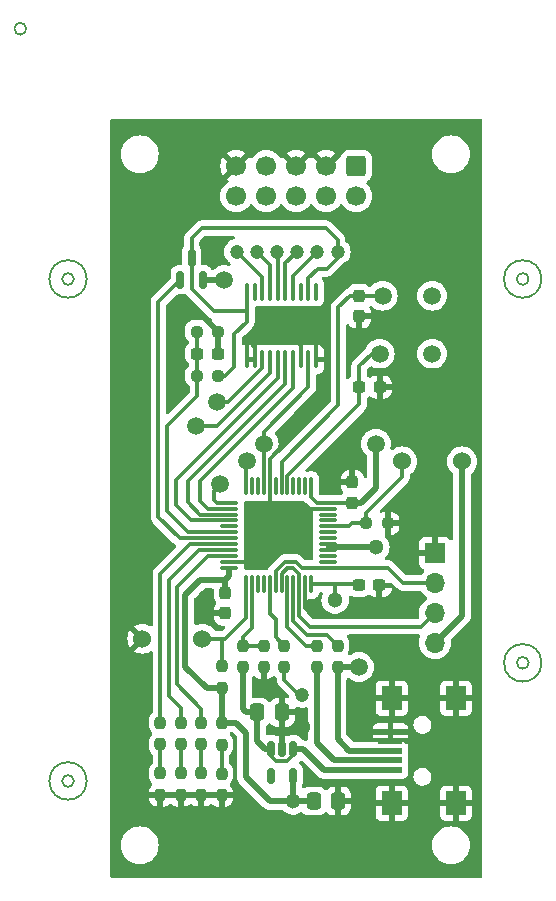
<source format=gbr>
%TF.GenerationSoftware,KiCad,Pcbnew,7.0.1*%
%TF.CreationDate,2023-04-27T15:41:12+07:00*%
%TF.ProjectId,BMP,424d502e-6b69-4636-9164-5f7063625858,rev?*%
%TF.SameCoordinates,Original*%
%TF.FileFunction,Copper,L1,Top*%
%TF.FilePolarity,Positive*%
%FSLAX46Y46*%
G04 Gerber Fmt 4.6, Leading zero omitted, Abs format (unit mm)*
G04 Created by KiCad (PCBNEW 7.0.1) date 2023-04-27 15:41:12*
%MOMM*%
%LPD*%
G01*
G04 APERTURE LIST*
G04 Aperture macros list*
%AMRoundRect*
0 Rectangle with rounded corners*
0 $1 Rounding radius*
0 $2 $3 $4 $5 $6 $7 $8 $9 X,Y pos of 4 corners*
0 Add a 4 corners polygon primitive as box body*
4,1,4,$2,$3,$4,$5,$6,$7,$8,$9,$2,$3,0*
0 Add four circle primitives for the rounded corners*
1,1,$1+$1,$2,$3*
1,1,$1+$1,$4,$5*
1,1,$1+$1,$6,$7*
1,1,$1+$1,$8,$9*
0 Add four rect primitives between the rounded corners*
20,1,$1+$1,$2,$3,$4,$5,0*
20,1,$1+$1,$4,$5,$6,$7,0*
20,1,$1+$1,$6,$7,$8,$9,0*
20,1,$1+$1,$8,$9,$2,$3,0*%
G04 Aperture macros list end*
%TA.AperFunction,NonConductor*%
%ADD10C,0.200000*%
%TD*%
%TA.AperFunction,ComponentPad*%
%ADD11O,1.700000X1.700000*%
%TD*%
%TA.AperFunction,ComponentPad*%
%ADD12R,1.700000X1.700000*%
%TD*%
%TA.AperFunction,SMDPad,CuDef*%
%ADD13RoundRect,0.237500X0.237500X-0.250000X0.237500X0.250000X-0.237500X0.250000X-0.237500X-0.250000X0*%
%TD*%
%TA.AperFunction,SMDPad,CuDef*%
%ADD14RoundRect,0.237500X-0.237500X0.250000X-0.237500X-0.250000X0.237500X-0.250000X0.237500X0.250000X0*%
%TD*%
%TA.AperFunction,SMDPad,CuDef*%
%ADD15RoundRect,0.237500X0.300000X0.237500X-0.300000X0.237500X-0.300000X-0.237500X0.300000X-0.237500X0*%
%TD*%
%TA.AperFunction,ComponentPad*%
%ADD16C,1.700000*%
%TD*%
%TA.AperFunction,ComponentPad*%
%ADD17RoundRect,0.250000X-0.600000X0.600000X-0.600000X-0.600000X0.600000X-0.600000X0.600000X0.600000X0*%
%TD*%
%TA.AperFunction,SMDPad,CuDef*%
%ADD18RoundRect,0.250000X0.337500X0.475000X-0.337500X0.475000X-0.337500X-0.475000X0.337500X-0.475000X0*%
%TD*%
%TA.AperFunction,ComponentPad*%
%ADD19C,1.524000*%
%TD*%
%TA.AperFunction,SMDPad,CuDef*%
%ADD20RoundRect,0.237500X0.250000X0.237500X-0.250000X0.237500X-0.250000X-0.237500X0.250000X-0.237500X0*%
%TD*%
%TA.AperFunction,SMDPad,CuDef*%
%ADD21RoundRect,0.075000X-0.662500X0.075000X-0.662500X-0.075000X0.662500X-0.075000X0.662500X0.075000X0*%
%TD*%
%TA.AperFunction,SMDPad,CuDef*%
%ADD22RoundRect,0.075000X-0.075000X0.662500X-0.075000X-0.662500X0.075000X-0.662500X0.075000X0.662500X0*%
%TD*%
%TA.AperFunction,SMDPad,CuDef*%
%ADD23R,1.700000X2.000000*%
%TD*%
%TA.AperFunction,SMDPad,CuDef*%
%ADD24R,2.000000X0.500000*%
%TD*%
%TA.AperFunction,SMDPad,CuDef*%
%ADD25RoundRect,0.150000X-0.150000X0.512500X-0.150000X-0.512500X0.150000X-0.512500X0.150000X0.512500X0*%
%TD*%
%TA.AperFunction,ComponentPad*%
%ADD26C,1.500000*%
%TD*%
%TA.AperFunction,SMDPad,CuDef*%
%ADD27RoundRect,0.100000X-0.100000X0.637500X-0.100000X-0.637500X0.100000X-0.637500X0.100000X0.637500X0*%
%TD*%
%TA.AperFunction,SMDPad,CuDef*%
%ADD28RoundRect,0.237500X-0.237500X0.300000X-0.237500X-0.300000X0.237500X-0.300000X0.237500X0.300000X0*%
%TD*%
%TA.AperFunction,SMDPad,CuDef*%
%ADD29RoundRect,0.237500X0.237500X-0.300000X0.237500X0.300000X-0.237500X0.300000X-0.237500X-0.300000X0*%
%TD*%
%TA.AperFunction,SMDPad,CuDef*%
%ADD30RoundRect,0.150000X0.150000X-0.587500X0.150000X0.587500X-0.150000X0.587500X-0.150000X-0.587500X0*%
%TD*%
%TA.AperFunction,ViaPad*%
%ADD31C,1.300000*%
%TD*%
%TA.AperFunction,ViaPad*%
%ADD32C,1.500000*%
%TD*%
%TA.AperFunction,ViaPad*%
%ADD33C,1.200000*%
%TD*%
%TA.AperFunction,Conductor*%
%ADD34C,0.300000*%
%TD*%
%TA.AperFunction,Conductor*%
%ADD35C,0.500000*%
%TD*%
%TA.AperFunction,Conductor*%
%ADD36C,0.250000*%
%TD*%
G04 APERTURE END LIST*
D10*
X25500000Y-25000000D02*
G75*
G03*
X25500000Y-25000000I-500000J0D01*
G01*
X30625000Y-46187500D02*
G75*
G03*
X30625000Y-46187500I-1587500J0D01*
G01*
X29537500Y-46187500D02*
G75*
G03*
X29537500Y-46187500I-500000J0D01*
G01*
X30625000Y-88687500D02*
G75*
G03*
X30625000Y-88687500I-1587500J0D01*
G01*
X29537500Y-88687500D02*
G75*
G03*
X29537500Y-88687500I-500000J0D01*
G01*
X69125000Y-78687500D02*
G75*
G03*
X69125000Y-78687500I-1587500J0D01*
G01*
X68037500Y-78687500D02*
G75*
G03*
X68037500Y-78687500I-500000J0D01*
G01*
X30625000Y-46187500D02*
G75*
G03*
X30625000Y-46187500I-1587500J0D01*
G01*
X29537500Y-46187500D02*
G75*
G03*
X29537500Y-46187500I-500000J0D01*
G01*
X30625000Y-88687500D02*
G75*
G03*
X30625000Y-88687500I-1587500J0D01*
G01*
X29537500Y-88687500D02*
G75*
G03*
X29537500Y-88687500I-500000J0D01*
G01*
X69125000Y-78687500D02*
G75*
G03*
X69125000Y-78687500I-1587500J0D01*
G01*
X68037500Y-78687500D02*
G75*
G03*
X68037500Y-78687500I-500000J0D01*
G01*
X68037500Y-46187500D02*
G75*
G03*
X68037500Y-46187500I-500000J0D01*
G01*
X69125000Y-46187500D02*
G75*
G03*
X69125000Y-46187500I-1587500J0D01*
G01*
D11*
%TO.P,J1,4,Pin_4*%
%TO.N,+3.3V*%
X60112500Y-77007500D03*
%TO.P,J1,3,Pin_3*%
%TO.N,/RXD*%
X60112500Y-74467500D03*
%TO.P,J1,2,Pin_2*%
%TO.N,/TXD*%
X60112500Y-71927500D03*
D12*
%TO.P,J1,1,Pin_1*%
%TO.N,GND*%
X60112500Y-69387500D03*
%TD*%
D13*
%TO.P,R4,2*%
%TO.N,/VBUS*%
X45612500Y-77225000D03*
%TO.P,R4,1*%
%TO.N,GND*%
X45612500Y-79050000D03*
%TD*%
D14*
%TO.P,R1,2*%
%TO.N,Net-(CN1-D-)*%
X50112500Y-79050000D03*
%TO.P,R1,1*%
%TO.N,/USB_DM*%
X50112500Y-77225000D03*
%TD*%
D15*
%TO.P,C7,2*%
%TO.N,Net-(U1-PD0)*%
X53712500Y-55337500D03*
%TO.P,C7,1*%
%TO.N,GND*%
X55437500Y-55337500D03*
%TD*%
D16*
%TO.P,J2,10,Pin_10*%
%TO.N,/TARGET_RST*%
X43282500Y-39177500D03*
%TO.P,J2,9,Pin_9*%
%TO.N,GND*%
X43282500Y-36637500D03*
%TO.P,J2,8,Pin_8*%
%TO.N,/TARGET_TDI*%
X45822500Y-39177500D03*
%TO.P,J2,7,Pin_7*%
%TO.N,unconnected-(J2-Pin_7-Pad7)*%
X45822500Y-36637500D03*
%TO.P,J2,6,Pin_6*%
%TO.N,/TARGET_TDO*%
X48362500Y-39177500D03*
%TO.P,J2,5,Pin_5*%
%TO.N,GND*%
X48362500Y-36637500D03*
%TO.P,J2,4,Pin_4*%
%TO.N,/TARGET_TCK*%
X50902500Y-39177500D03*
%TO.P,J2,3,Pin_3*%
%TO.N,GND*%
X50902500Y-36637500D03*
%TO.P,J2,2,Pin_2*%
%TO.N,/TARGET_TMS*%
X53442500Y-39177500D03*
D17*
%TO.P,J2,1,Pin_1*%
%TO.N,/TPWR*%
X53442500Y-36637500D03*
%TD*%
D14*
%TO.P,R11,2*%
%TO.N,Net-(D3-A)*%
X38579166Y-85587500D03*
%TO.P,R11,1*%
%TO.N,/LED1*%
X38579166Y-83762500D03*
%TD*%
D13*
%TO.P,D3,2,A*%
%TO.N,Net-(D3-A)*%
X38579166Y-88050000D03*
%TO.P,D3,1,K*%
%TO.N,GND*%
X38579166Y-89875000D03*
%TD*%
D18*
%TO.P,C1,2*%
%TO.N,+5V*%
X45075000Y-82887500D03*
%TO.P,C1,1*%
%TO.N,GND*%
X47150000Y-82887500D03*
%TD*%
D19*
%TO.P,SW1,2,2*%
%TO.N,/FORCE_BOOTLOADER*%
X40402500Y-76637500D03*
%TO.P,SW1,1,1*%
%TO.N,GND*%
X35322500Y-76637500D03*
%TD*%
D20*
%TO.P,R13,2*%
%TO.N,Net-(U1-BOOT0)*%
X54287500Y-66887500D03*
%TO.P,R13,1*%
%TO.N,GND*%
X56112500Y-66887500D03*
%TD*%
D21*
%TO.P,U1,48,VDD*%
%TO.N,+3.3V*%
X51025000Y-65137500D03*
%TO.P,U1,47,VSS*%
%TO.N,GND*%
X51025000Y-65637500D03*
%TO.P,U1,46,PB9*%
%TO.N,unconnected-(U1-PB9-Pad46)*%
X51025000Y-66137500D03*
%TO.P,U1,45,PB8*%
%TO.N,unconnected-(U1-PB8-Pad45)*%
X51025000Y-66637500D03*
%TO.P,U1,44,BOOT0*%
%TO.N,Net-(U1-BOOT0)*%
X51025000Y-67137500D03*
%TO.P,U1,43,PB7*%
%TO.N,unconnected-(U1-PB7-Pad43)*%
X51025000Y-67637500D03*
%TO.P,U1,42,PB6*%
%TO.N,unconnected-(U1-PB6-Pad42)*%
X51025000Y-68137500D03*
%TO.P,U1,41,PB5*%
%TO.N,+3.3V*%
X51025000Y-68637500D03*
%TO.P,U1,40,PB4*%
X51025000Y-69137500D03*
%TO.P,U1,39,PB3*%
%TO.N,unconnected-(U1-PB3-Pad39)*%
X51025000Y-69637500D03*
%TO.P,U1,38,PA15*%
%TO.N,unconnected-(U1-PA15-Pad38)*%
X51025000Y-70137500D03*
%TO.P,U1,37,PA14*%
%TO.N,/TXD*%
X51025000Y-70637500D03*
D22*
%TO.P,U1,36,VDD*%
%TO.N,+3.3V*%
X49612500Y-72050000D03*
%TO.P,U1,35,VSS*%
%TO.N,GND*%
X49112500Y-72050000D03*
%TO.P,U1,34,PA13*%
%TO.N,/RXD*%
X48612500Y-72050000D03*
%TO.P,U1,33,PA12*%
%TO.N,/USB_PM*%
X48112500Y-72050000D03*
%TO.P,U1,32,PA11*%
%TO.N,/USB_DM*%
X47612500Y-72050000D03*
%TO.P,U1,31,PA10*%
%TO.N,/RXD*%
X47112500Y-72050000D03*
%TO.P,U1,30,PA9*%
%TO.N,/TXD*%
X46612500Y-72050000D03*
%TO.P,U1,29,PA8*%
%TO.N,/USB_ENUMERATE*%
X46112500Y-72050000D03*
%TO.P,U1,28,PB15*%
%TO.N,unconnected-(U1-PB15-Pad28)*%
X45612500Y-72050000D03*
%TO.P,U1,27,PB14*%
%TO.N,unconnected-(U1-PB14-Pad27)*%
X45112500Y-72050000D03*
%TO.P,U1,26,PB13*%
%TO.N,/VBUS*%
X44612500Y-72050000D03*
%TO.P,U1,25,PB12*%
%TO.N,/FORCE_BOOTLOADER*%
X44112500Y-72050000D03*
D21*
%TO.P,U1,24,VDD*%
%TO.N,+3.3V*%
X42700000Y-70637500D03*
%TO.P,U1,23,VSS*%
%TO.N,GND*%
X42700000Y-70137500D03*
%TO.P,U1,22,PB11*%
%TO.N,/LED2*%
X42700000Y-69637500D03*
%TO.P,U1,21,PB10*%
%TO.N,/LED1*%
X42700000Y-69137500D03*
%TO.P,U1,20,PB2*%
%TO.N,/LED0*%
X42700000Y-68637500D03*
%TO.P,U1,19,PB1*%
%TO.N,/PWR_BR*%
X42700000Y-68137500D03*
%TO.P,U1,18,PB0*%
%TO.N,/TARGET_POWER_ADC*%
X42700000Y-67637500D03*
%TO.P,U1,17,PA7*%
%TO.N,unconnected-(U1-PA7-Pad17)*%
X42700000Y-67137500D03*
%TO.P,U1,16,PA6*%
%TO.N,/TDO*%
X42700000Y-66637500D03*
%TO.P,U1,15,PA5*%
%TO.N,/TCK*%
X42700000Y-66137500D03*
%TO.P,U1,14,PA4*%
%TO.N,/TMS*%
X42700000Y-65637500D03*
%TO.P,U1,13,PA3*%
%TO.N,/TDI*%
X42700000Y-65137500D03*
D22*
%TO.P,U1,12,PA2*%
%TO.N,/RST*%
X44112500Y-63725000D03*
%TO.P,U1,11,PA1*%
%TO.N,unconnected-(U1-PA1-Pad11)*%
X44612500Y-63725000D03*
%TO.P,U1,10,PA0*%
%TO.N,unconnected-(U1-PA0-Pad10)*%
X45112500Y-63725000D03*
%TO.P,U1,9,VDDA*%
%TO.N,+3.3V*%
X45612500Y-63725000D03*
%TO.P,U1,8,VSSA*%
%TO.N,GND*%
X46112500Y-63725000D03*
%TO.P,U1,7,NRST*%
%TO.N,unconnected-(U1-NRST-Pad7)*%
X46612500Y-63725000D03*
%TO.P,U1,6,PD1*%
%TO.N,Net-(U1-PD1)*%
X47112500Y-63725000D03*
%TO.P,U1,5,PD0*%
%TO.N,Net-(U1-PD0)*%
X47612500Y-63725000D03*
%TO.P,U1,4,PC15*%
%TO.N,unconnected-(U1-PC15-Pad4)*%
X48112500Y-63725000D03*
%TO.P,U1,3,PC14*%
%TO.N,unconnected-(U1-PC14-Pad3)*%
X48612500Y-63725000D03*
%TO.P,U1,2,PC13*%
%TO.N,unconnected-(U1-PC13-Pad2)*%
X49112500Y-63725000D03*
%TO.P,U1,1,VBAT*%
%TO.N,+3.3V*%
X49612500Y-63725000D03*
%TD*%
D20*
%TO.P,R8,2*%
%TO.N,/TARGET_POWER_ADC*%
X39950000Y-54387500D03*
%TO.P,R8,1*%
%TO.N,/TPWR*%
X41775000Y-54387500D03*
%TD*%
D23*
%TO.P,CN1,6,Shield*%
%TO.N,GND*%
X61887500Y-81687500D03*
X56437500Y-81687500D03*
X61887500Y-90587500D03*
X56437500Y-90587500D03*
D24*
%TO.P,CN1,5,GND*%
X56337500Y-84537500D03*
%TO.P,CN1,4,ID*%
X56337500Y-85337500D03*
%TO.P,CN1,3,D+*%
%TO.N,Net-(CN1-D+)*%
X56337500Y-86137500D03*
%TO.P,CN1,2,D-*%
%TO.N,Net-(CN1-D-)*%
X56337500Y-86937500D03*
%TO.P,CN1,1,VBUS*%
%TO.N,+5V*%
X56337500Y-87737500D03*
%TD*%
D15*
%TO.P,C6,2*%
%TO.N,/TARGET_POWER_ADC*%
X40000000Y-52512500D03*
%TO.P,C6,1*%
%TO.N,GND*%
X41725000Y-52512500D03*
%TD*%
D25*
%TO.P,U3,5,OUT*%
%TO.N,+3.3V*%
X48112500Y-88275000D03*
%TO.P,U3,4,NC*%
%TO.N,unconnected-(U3-NC-Pad4)*%
X46212500Y-88275000D03*
%TO.P,U3,3,EN*%
%TO.N,+5V*%
X46212500Y-86000000D03*
%TO.P,U3,2,GND*%
%TO.N,GND*%
X47162500Y-86000000D03*
%TO.P,U3,1,IN*%
%TO.N,+5V*%
X48112500Y-86000000D03*
%TD*%
D13*
%TO.P,D2,2,A*%
%TO.N,Net-(D2-A)*%
X40295834Y-88050000D03*
%TO.P,D2,1,K*%
%TO.N,GND*%
X40295834Y-89875000D03*
%TD*%
D14*
%TO.P,R12,2*%
%TO.N,Net-(D4-A)*%
X36862500Y-85587500D03*
%TO.P,R12,1*%
%TO.N,/LED0*%
X36862500Y-83762500D03*
%TD*%
D26*
%TO.P,Y1,2,2*%
%TO.N,Net-(U1-PD0)*%
X59862500Y-52512500D03*
%TO.P,Y1,1,1*%
%TO.N,Net-(U1-PD1)*%
X59862500Y-47612500D03*
%TD*%
D27*
%TO.P,U2,20,B1*%
%TO.N,GND*%
X50037500Y-53000000D03*
%TO.P,U2,19,VCCB*%
%TO.N,+3.3V*%
X49387500Y-53000000D03*
%TO.P,U2,18,B2*%
%TO.N,GND*%
X48737500Y-53000000D03*
%TO.P,U2,17,B3*%
%TO.N,/TMS*%
X48087500Y-53000000D03*
%TO.P,U2,16,B4*%
%TO.N,/TCK*%
X47437500Y-53000000D03*
%TO.P,U2,15,B5*%
%TO.N,/TDO*%
X46787500Y-53000000D03*
%TO.P,U2,14,B6*%
%TO.N,/TDI*%
X46137500Y-53000000D03*
%TO.P,U2,13,B7*%
%TO.N,/RST*%
X45487500Y-53000000D03*
%TO.P,U2,12,B8*%
%TO.N,GND*%
X44837500Y-53000000D03*
%TO.P,U2,11,GND*%
X44187500Y-53000000D03*
%TO.P,U2,10,OE*%
%TO.N,/TPWR*%
X44187500Y-47275000D03*
%TO.P,U2,9,A8*%
%TO.N,unconnected-(U2-A8-Pad9)*%
X44837500Y-47275000D03*
%TO.P,U2,8,A7*%
%TO.N,/TARGET_RST*%
X45487500Y-47275000D03*
%TO.P,U2,7,A6*%
%TO.N,/TARGET_TDI*%
X46137500Y-47275000D03*
%TO.P,U2,6,A5*%
%TO.N,/TARGET_TDO*%
X46787500Y-47275000D03*
%TO.P,U2,5,A4*%
%TO.N,/TARGET_TCK*%
X47437500Y-47275000D03*
%TO.P,U2,4,A3*%
%TO.N,/TARGET_TMS*%
X48087500Y-47275000D03*
%TO.P,U2,3,A2*%
%TO.N,unconnected-(U2-A2-Pad3)*%
X48737500Y-47275000D03*
%TO.P,U2,2,VCCA*%
%TO.N,/TPWR*%
X49387500Y-47275000D03*
%TO.P,U2,1,A1*%
%TO.N,unconnected-(U2-A1-Pad1)*%
X50037500Y-47275000D03*
%TD*%
D15*
%TO.P,C5,2*%
%TO.N,+3.3V*%
X53675000Y-72137500D03*
%TO.P,C5,1*%
%TO.N,GND*%
X55400000Y-72137500D03*
%TD*%
D20*
%TO.P,R6,2*%
%TO.N,/TARGET_POWER_ADC*%
X39950000Y-50637500D03*
%TO.P,R6,1*%
%TO.N,GND*%
X41775000Y-50637500D03*
%TD*%
D19*
%TO.P,SW2,2,2*%
%TO.N,+3.3V*%
X62402500Y-61637500D03*
%TO.P,SW2,1,1*%
%TO.N,Net-(U1-BOOT0)*%
X57322500Y-61637500D03*
%TD*%
D28*
%TO.P,C3,2*%
%TO.N,+3.3V*%
X53112500Y-65137500D03*
%TO.P,C3,1*%
%TO.N,GND*%
X53112500Y-63412500D03*
%TD*%
D29*
%TO.P,C8,2*%
%TO.N,Net-(U1-PD1)*%
X53687500Y-47612500D03*
%TO.P,C8,1*%
%TO.N,GND*%
X53687500Y-49337500D03*
%TD*%
D14*
%TO.P,R5,2*%
%TO.N,+3.3V*%
X42112500Y-80800000D03*
%TO.P,R5,1*%
%TO.N,/FORCE_BOOTLOADER*%
X42112500Y-78975000D03*
%TD*%
%TO.P,R2,2*%
%TO.N,Net-(CN1-D+)*%
X51862500Y-79050000D03*
%TO.P,R2,1*%
%TO.N,/USB_PM*%
X51862500Y-77225000D03*
%TD*%
D13*
%TO.P,D1,2,A*%
%TO.N,Net-(D1-A)*%
X42045834Y-88075000D03*
%TO.P,D1,1,K*%
%TO.N,GND*%
X42045834Y-89900000D03*
%TD*%
D30*
%TO.P,Q1,3,D*%
%TO.N,/TPWR*%
X39500000Y-44387500D03*
%TO.P,Q1,2,S*%
%TO.N,+3.3V*%
X40450000Y-46262500D03*
%TO.P,Q1,1,G*%
%TO.N,/PWR_BR*%
X38550000Y-46262500D03*
%TD*%
D14*
%TO.P,R7,2*%
%TO.N,+5V*%
X43862500Y-79050000D03*
%TO.P,R7,1*%
%TO.N,/VBUS*%
X43862500Y-77225000D03*
%TD*%
D13*
%TO.P,D4,2,A*%
%TO.N,Net-(D4-A)*%
X36862500Y-88050000D03*
%TO.P,D4,1,K*%
%TO.N,GND*%
X36862500Y-89875000D03*
%TD*%
D14*
%TO.P,R9,2*%
%TO.N,Net-(D1-A)*%
X42045834Y-85612500D03*
%TO.P,R9,1*%
%TO.N,+3.3V*%
X42045834Y-83787500D03*
%TD*%
%TO.P,R3,2*%
%TO.N,Net-(CN1-D+)*%
X47362500Y-79050000D03*
%TO.P,R3,1*%
%TO.N,/USB_ENUMERATE*%
X47362500Y-77225000D03*
%TD*%
D29*
%TO.P,C4,2*%
%TO.N,+3.3V*%
X42362500Y-72775000D03*
%TO.P,C4,1*%
%TO.N,GND*%
X42362500Y-74500000D03*
%TD*%
D14*
%TO.P,R10,2*%
%TO.N,Net-(D2-A)*%
X40295834Y-85587500D03*
%TO.P,R10,1*%
%TO.N,/LED2*%
X40295834Y-83762500D03*
%TD*%
D18*
%TO.P,C2,2*%
%TO.N,+3.3V*%
X49825000Y-90387500D03*
%TO.P,C2,1*%
%TO.N,GND*%
X51900000Y-90387500D03*
%TD*%
D31*
%TO.N,GND*%
X48937500Y-84087500D03*
D32*
X41437500Y-43837500D03*
D33*
X40612500Y-73137500D03*
D32*
X38687500Y-48887500D03*
D31*
X57362500Y-69137500D03*
D33*
X45612500Y-80887500D03*
D31*
X57362500Y-73887500D03*
D32*
%TO.N,+3.3V*%
X45612500Y-60137500D03*
D31*
X48112500Y-90387500D03*
X51650000Y-73387500D03*
X55112500Y-68887500D03*
D32*
X55112500Y-60137500D03*
X42279815Y-46264802D03*
%TO.N,Net-(U1-PD0)*%
X55437500Y-52512500D03*
%TO.N,Net-(U1-PD1)*%
X55687500Y-47612500D03*
%TO.N,Net-(CN1-D+)*%
X53679426Y-79049239D03*
D33*
X48862500Y-81387500D03*
%TO.N,/TPWR*%
X51862500Y-43887500D03*
%TO.N,/TARGET_TMS*%
X50112500Y-43887500D03*
%TO.N,/TARGET_TCK*%
X48425000Y-43887500D03*
%TO.N,/TARGET_TDO*%
X46737500Y-43887500D03*
%TO.N,/TARGET_TDI*%
X45050000Y-43887500D03*
%TO.N,/TARGET_RST*%
X43362500Y-43887500D03*
D32*
%TO.N,/RST*%
X44187500Y-61587500D03*
X41650000Y-56637500D03*
%TO.N,/TDI*%
X41937500Y-63587500D03*
X39862500Y-58637500D03*
%TD*%
D34*
%TO.N,/TXD*%
X51025000Y-70637500D02*
X48819606Y-70637500D01*
X48819606Y-70637500D02*
X48319606Y-70137500D01*
X48319606Y-70137500D02*
X47405394Y-70137500D01*
X47405394Y-70137500D02*
X46612500Y-70930394D01*
X46612500Y-70930394D02*
X46612500Y-72050000D01*
%TO.N,/RXD*%
X47112500Y-71137500D02*
X47112500Y-72050000D01*
X48612500Y-71137500D02*
X48112500Y-70637500D01*
X48612500Y-72050000D02*
X48612500Y-71137500D01*
X48112500Y-70637500D02*
X47612500Y-70637500D01*
X47612500Y-70637500D02*
X47112500Y-71137500D01*
%TO.N,+3.3V*%
X51650000Y-72050000D02*
X51650000Y-73387500D01*
X53587500Y-72050000D02*
X53675000Y-72137500D01*
X51150000Y-72050000D02*
X53587500Y-72050000D01*
%TO.N,GND*%
X49112500Y-74012500D02*
X49737500Y-74637500D01*
X49112500Y-72050000D02*
X49112500Y-74012500D01*
%TO.N,+3.3V*%
X49612500Y-72050000D02*
X51150000Y-72050000D01*
%TO.N,/TDI*%
X41650000Y-58637500D02*
X39862500Y-58637500D01*
X46137500Y-54150000D02*
X41650000Y-58637500D01*
X46137500Y-53000000D02*
X46137500Y-54150000D01*
%TO.N,/RST*%
X45487500Y-53723896D02*
X45487500Y-53000000D01*
X41650000Y-56637500D02*
X42573896Y-56637500D01*
X42573896Y-56637500D02*
X45487500Y-53723896D01*
%TO.N,/TPWR*%
X49387500Y-46112500D02*
X49387500Y-47275000D01*
X51862500Y-44412500D02*
X50937500Y-45337500D01*
X50937500Y-45337500D02*
X50162500Y-45337500D01*
X50162500Y-45337500D02*
X49387500Y-46112500D01*
X51862500Y-43887500D02*
X51862500Y-44412500D01*
%TO.N,GND*%
X46112500Y-61412500D02*
X47687500Y-59837500D01*
X46112500Y-63725000D02*
X46112500Y-61412500D01*
X50037500Y-51687500D02*
X49937500Y-51587500D01*
X50037500Y-53000000D02*
X50037500Y-51687500D01*
X44837500Y-51987500D02*
X44687500Y-51837500D01*
X44837500Y-53000000D02*
X44837500Y-51987500D01*
%TO.N,Net-(U1-PD1)*%
X52912500Y-47612500D02*
X55687500Y-47612500D01*
X51937500Y-48587500D02*
X52912500Y-47612500D01*
X51937500Y-56837500D02*
X51937500Y-48587500D01*
X47112500Y-61662500D02*
X51937500Y-56837500D01*
X47112500Y-63725000D02*
X47112500Y-61662500D01*
%TO.N,Net-(U1-PD0)*%
X53687500Y-53587500D02*
X54762500Y-52512500D01*
X54762500Y-52512500D02*
X55437500Y-52512500D01*
X47612500Y-62886459D02*
X53687500Y-56811459D01*
X47612500Y-63725000D02*
X47612500Y-62886459D01*
X53687500Y-56811459D02*
X53687500Y-53587500D01*
%TO.N,/RST*%
X44112500Y-63725000D02*
X44112500Y-61662500D01*
X44112500Y-61662500D02*
X44187500Y-61587500D01*
%TO.N,/TDI*%
X41362500Y-64887500D02*
X41612500Y-65137500D01*
X41612500Y-65137500D02*
X42700000Y-65137500D01*
X41362500Y-64162500D02*
X41362500Y-64887500D01*
X41937500Y-63587500D02*
X41362500Y-64162500D01*
D35*
%TO.N,GND*%
X41775000Y-50637500D02*
X40725000Y-49587500D01*
D34*
X48737500Y-53000000D02*
X48737500Y-51637500D01*
%TO.N,/TMS*%
X40187500Y-64962500D02*
X40862500Y-65637500D01*
X40187500Y-63312500D02*
X40187500Y-64962500D01*
X40862500Y-65637500D02*
X42700000Y-65637500D01*
X48087500Y-53000000D02*
X48087500Y-55412500D01*
X48087500Y-55412500D02*
X40187500Y-63312500D01*
%TO.N,/TCK*%
X47437500Y-55062500D02*
X47437500Y-53000000D01*
X39187500Y-63312500D02*
X47437500Y-55062500D01*
X40237500Y-66137500D02*
X39187500Y-65087500D01*
X39187500Y-65087500D02*
X39187500Y-63312500D01*
X42700000Y-66137500D02*
X40237500Y-66137500D01*
%TO.N,/TDO*%
X39487500Y-66637500D02*
X42700000Y-66637500D01*
X38187500Y-65337500D02*
X39487500Y-66637500D01*
X38187500Y-63175521D02*
X38187500Y-65337500D01*
X46787500Y-54575521D02*
X38187500Y-63175521D01*
X46787500Y-53000000D02*
X46787500Y-54575521D01*
%TO.N,/TARGET_POWER_ADC*%
X40000000Y-50687500D02*
X39950000Y-50637500D01*
X37437500Y-58640749D02*
X40000000Y-56078249D01*
X37437500Y-65837500D02*
X37437500Y-58640749D01*
X40000000Y-56078249D02*
X40000000Y-50687500D01*
X42700000Y-67637500D02*
X39237500Y-67637500D01*
X39237500Y-67637500D02*
X37437500Y-65837500D01*
%TO.N,/PWR_BR*%
X36687500Y-48125000D02*
X38550000Y-46262500D01*
X36687500Y-66337500D02*
X36687500Y-48125000D01*
X38487500Y-68137500D02*
X36687500Y-66337500D01*
X42700000Y-68137500D02*
X38487500Y-68137500D01*
%TO.N,/LED1*%
X38579166Y-82479166D02*
X38579166Y-83762500D01*
X37612500Y-81512500D02*
X38579166Y-82479166D01*
X37612500Y-71662500D02*
X37612500Y-81512500D01*
X40137500Y-69137500D02*
X37612500Y-71662500D01*
X42700000Y-69137500D02*
X40137500Y-69137500D01*
%TO.N,/LED2*%
X40295834Y-82570834D02*
X40295834Y-83762500D01*
X38243519Y-72281481D02*
X38243519Y-80518519D01*
X38243519Y-80518519D02*
X40295834Y-82570834D01*
X40887500Y-69637500D02*
X38243519Y-72281481D01*
X42700000Y-69637500D02*
X40887500Y-69637500D01*
D35*
%TO.N,+3.3V*%
X38979621Y-79004621D02*
X40775000Y-80800000D01*
X42362500Y-71637500D02*
X40250000Y-71637500D01*
X39556250Y-72331250D02*
X38979621Y-72907879D01*
X40250000Y-71637500D02*
X39556250Y-72331250D01*
X38979621Y-72907879D02*
X38979621Y-79004621D01*
X40775000Y-80800000D02*
X42112500Y-80800000D01*
X42112500Y-80800000D02*
X42112500Y-83720834D01*
%TO.N,Net-(CN1-D+)*%
X53678665Y-79050000D02*
X53679426Y-79049239D01*
X51862500Y-79050000D02*
X53678665Y-79050000D01*
%TO.N,GND*%
X45612500Y-79050000D02*
X45612500Y-80637500D01*
X41725000Y-52512500D02*
X41725000Y-50687500D01*
X47162500Y-86000000D02*
X47162500Y-82687500D01*
D34*
X46112500Y-63725000D02*
X46112500Y-65137500D01*
D36*
X41725000Y-50687500D02*
X41775000Y-50637500D01*
D34*
X42700000Y-70137500D02*
X44362500Y-70137500D01*
X51025000Y-65637500D02*
X49612500Y-65637500D01*
D35*
X45362500Y-80637500D02*
X45612500Y-80887500D01*
X47162500Y-82687500D02*
X47112500Y-82637500D01*
D34*
%TO.N,+5V*%
X46625000Y-87012500D02*
X47600000Y-87012500D01*
D35*
X45725000Y-86000000D02*
X45037500Y-85312500D01*
X44112500Y-82887500D02*
X43862500Y-82637500D01*
X56337500Y-87737500D02*
X50712500Y-87737500D01*
X48975000Y-86000000D02*
X48112500Y-86000000D01*
X46212500Y-86000000D02*
X45725000Y-86000000D01*
X45075000Y-82887500D02*
X44112500Y-82887500D01*
X45037500Y-82925000D02*
X45075000Y-82887500D01*
D34*
X46212500Y-86600000D02*
X46625000Y-87012500D01*
X47600000Y-87012500D02*
X48112500Y-86500000D01*
D35*
X43862500Y-82637500D02*
X43862500Y-79050000D01*
X50712500Y-87737500D02*
X48975000Y-86000000D01*
X45037500Y-85312500D02*
X45037500Y-82925000D01*
%TO.N,+3.3V*%
X41487500Y-46262500D02*
X40450000Y-46262500D01*
X42279815Y-46264802D02*
X41489802Y-46264802D01*
X42684046Y-70793343D02*
X42684046Y-71315954D01*
X42362500Y-71637500D02*
X42362500Y-72775000D01*
D34*
X53112500Y-65137500D02*
X51025000Y-65137500D01*
D35*
X53862500Y-65137500D02*
X53112500Y-65137500D01*
X42112500Y-83720834D02*
X42045834Y-83787500D01*
X62402500Y-74717500D02*
X62402500Y-61637500D01*
D34*
X50112500Y-65137500D02*
X51025000Y-65137500D01*
D35*
X43262500Y-83787500D02*
X42045834Y-83787500D01*
X44112500Y-84637500D02*
X43262500Y-83787500D01*
D34*
X49612500Y-64637500D02*
X50112500Y-65137500D01*
D35*
X55112500Y-60137500D02*
X55112500Y-63887500D01*
X48112500Y-90387500D02*
X46112500Y-90387500D01*
X42684046Y-71315954D02*
X42362500Y-71637500D01*
X55112500Y-68887500D02*
X51112500Y-68887500D01*
X48112500Y-88275000D02*
X48112500Y-90387500D01*
D34*
X49612500Y-63725000D02*
X49612500Y-64637500D01*
D35*
X55112500Y-63887500D02*
X53862500Y-65137500D01*
X46112500Y-90387500D02*
X44112500Y-88387500D01*
X41489802Y-46264802D02*
X41487500Y-46262500D01*
X44112500Y-88387500D02*
X44112500Y-84637500D01*
D34*
X45612500Y-60137500D02*
X45612500Y-59137500D01*
D35*
X49825000Y-90387500D02*
X48112500Y-90387500D01*
D34*
X45612500Y-59137500D02*
X49387500Y-55362500D01*
X45612500Y-60137500D02*
X45612500Y-63725000D01*
X49387500Y-55362500D02*
X49387500Y-53000000D01*
D35*
X60112500Y-77007500D02*
X62402500Y-74717500D01*
%TO.N,Net-(CN1-D-)*%
X50112500Y-85462500D02*
X50112500Y-79050000D01*
X56337500Y-86937500D02*
X51587500Y-86937500D01*
X51587500Y-86937500D02*
X50112500Y-85462500D01*
%TO.N,Net-(CN1-D+)*%
X51862500Y-79050000D02*
X51862500Y-85137500D01*
D34*
X47362500Y-80137500D02*
X47362500Y-79050000D01*
D35*
X51862500Y-85137500D02*
X52862500Y-86137500D01*
D36*
X48862500Y-81387500D02*
X48612500Y-81387500D01*
D34*
X48612500Y-81387500D02*
X47362500Y-80137500D01*
D35*
X52862500Y-86137500D02*
X56337500Y-86137500D01*
D34*
%TO.N,Net-(D1-A)*%
X42045834Y-85612500D02*
X42045834Y-88075000D01*
%TO.N,Net-(D2-A)*%
X40295834Y-85587500D02*
X40295834Y-88050000D01*
%TO.N,Net-(D3-A)*%
X38579166Y-85587500D02*
X38579166Y-88050000D01*
%TO.N,Net-(D4-A)*%
X36862500Y-85587500D02*
X36862500Y-88050000D01*
%TO.N,/TXD*%
X51025000Y-70637500D02*
X56112500Y-70637500D01*
X56112500Y-70637500D02*
X57402500Y-71927500D01*
X57402500Y-71927500D02*
X60112500Y-71927500D01*
%TO.N,/RXD*%
X58942500Y-75637500D02*
X60112500Y-74467500D01*
X48612500Y-72050000D02*
X48612500Y-74695648D01*
X49554352Y-75637500D02*
X58942500Y-75637500D01*
X48612500Y-74695648D02*
X49554352Y-75637500D01*
%TO.N,/TPWR*%
X44187500Y-47275000D02*
X44187500Y-49812500D01*
X39500000Y-47025000D02*
X39500000Y-44387500D01*
X51862500Y-43887500D02*
X51862500Y-42887500D01*
X44187500Y-49812500D02*
X43112500Y-50887500D01*
X44187500Y-48887500D02*
X41362500Y-48887500D01*
X43112500Y-50887500D02*
X43112500Y-53637500D01*
X41362500Y-48887500D02*
X39500000Y-47025000D01*
X39500000Y-42750000D02*
X39500000Y-44387500D01*
X40362500Y-41887500D02*
X39500000Y-42750000D01*
X42362500Y-54387500D02*
X41775000Y-54387500D01*
X43112500Y-53637500D02*
X42362500Y-54387500D01*
X51862500Y-42887500D02*
X50862500Y-41887500D01*
X50862500Y-41887500D02*
X40362500Y-41887500D01*
%TO.N,/TARGET_TMS*%
X50112500Y-43887500D02*
X48087500Y-45912500D01*
X48087500Y-45912500D02*
X48087500Y-47275000D01*
%TO.N,/TARGET_TCK*%
X47437500Y-44875000D02*
X47437500Y-47275000D01*
X48425000Y-43887500D02*
X47437500Y-44875000D01*
%TO.N,/TARGET_TDO*%
X46787500Y-43937500D02*
X46787500Y-47275000D01*
D36*
X46737500Y-43887500D02*
X46787500Y-43937500D01*
D34*
%TO.N,/TARGET_TDI*%
X45050000Y-43887500D02*
X46137500Y-44975000D01*
X46137500Y-44975000D02*
X46137500Y-47275000D01*
%TO.N,/TARGET_RST*%
X45487500Y-46012500D02*
X45487500Y-47275000D01*
X43362500Y-43887500D02*
X45487500Y-46012500D01*
%TO.N,/USB_DM*%
X47612500Y-75637500D02*
X47612500Y-72050000D01*
X49200000Y-77225000D02*
X47612500Y-75637500D01*
X50112500Y-77225000D02*
X49200000Y-77225000D01*
%TO.N,/USB_PM*%
X48112500Y-75137500D02*
X48112500Y-72050000D01*
X49312500Y-76337500D02*
X48112500Y-75137500D01*
X50975000Y-76337500D02*
X49312500Y-76337500D01*
X51862500Y-77225000D02*
X50975000Y-76337500D01*
%TO.N,/USB_ENUMERATE*%
X46612500Y-76475000D02*
X46612500Y-75012500D01*
X46612500Y-75012500D02*
X46112500Y-74512500D01*
X46112500Y-74512500D02*
X46112500Y-72050000D01*
X47362500Y-77225000D02*
X46612500Y-76475000D01*
%TO.N,/VBUS*%
X44612500Y-75723376D02*
X43862500Y-76473376D01*
X45612500Y-77225000D02*
X43862500Y-77225000D01*
X43862500Y-76473376D02*
X43862500Y-77225000D01*
X44612500Y-72050000D02*
X44612500Y-75723376D01*
%TO.N,/FORCE_BOOTLOADER*%
X42362500Y-76637500D02*
X44112500Y-74887500D01*
X40402500Y-76637500D02*
X42362500Y-76637500D01*
X42112500Y-78975000D02*
X42112500Y-76637500D01*
X44112500Y-74887500D02*
X44112500Y-72050000D01*
%TO.N,/LED0*%
X36862500Y-71137500D02*
X36862500Y-83762500D01*
X39362500Y-68637500D02*
X36862500Y-71137500D01*
X42700000Y-68637500D02*
X39362500Y-68637500D01*
%TO.N,Net-(U1-BOOT0)*%
X54287500Y-65962500D02*
X54287500Y-66887500D01*
X57322500Y-62927500D02*
X54287500Y-65962500D01*
X52862500Y-67137500D02*
X51025000Y-67137500D01*
X57322500Y-61637500D02*
X57322500Y-62927500D01*
X53112500Y-66887500D02*
X52862500Y-67137500D01*
X53112500Y-66887500D02*
X54287500Y-66887500D01*
%TD*%
%TA.AperFunction,Conductor*%
%TO.N,GND*%
G36*
X45770520Y-78811342D02*
G01*
X45818859Y-78843641D01*
X45851158Y-78891980D01*
X45862500Y-78949000D01*
X45862500Y-80037499D01*
X45899142Y-80037499D01*
X46000153Y-80027180D01*
X46163802Y-79972953D01*
X46310536Y-79882445D01*
X46381787Y-79811195D01*
X46430126Y-79778896D01*
X46487146Y-79767554D01*
X46544166Y-79778896D01*
X46592505Y-79811195D01*
X46668359Y-79887049D01*
X46700658Y-79935388D01*
X46712000Y-79992408D01*
X46712000Y-80049235D01*
X46709590Y-80071060D01*
X46711926Y-80145348D01*
X46712000Y-80150030D01*
X46712000Y-80178434D01*
X46712406Y-80181651D01*
X46713505Y-80195625D01*
X46714902Y-80240069D01*
X46720274Y-80258561D01*
X46725014Y-80281447D01*
X46727429Y-80300560D01*
X46743800Y-80341910D01*
X46748346Y-80355186D01*
X46760756Y-80397900D01*
X46770556Y-80414470D01*
X46780842Y-80435466D01*
X46787930Y-80453369D01*
X46814069Y-80489347D01*
X46821773Y-80501075D01*
X46844418Y-80539364D01*
X46858034Y-80552980D01*
X46873218Y-80570759D01*
X46884534Y-80586334D01*
X46884536Y-80586335D01*
X46884537Y-80586337D01*
X46918803Y-80614684D01*
X46929186Y-80624132D01*
X47720337Y-81415283D01*
X47757594Y-81477493D01*
X47761073Y-81549923D01*
X47729950Y-81615418D01*
X47671597Y-81658465D01*
X47599835Y-81668870D01*
X47537484Y-81662500D01*
X47400000Y-81662500D01*
X47400000Y-82637500D01*
X48237499Y-82637500D01*
X48237499Y-82543083D01*
X48254689Y-82473605D01*
X48302293Y-82420159D01*
X48369327Y-82395076D01*
X48440322Y-82404143D01*
X48560044Y-82450524D01*
X48760524Y-82488000D01*
X48964476Y-82488000D01*
X49164956Y-82450524D01*
X49164956Y-82450523D01*
X49178527Y-82447987D01*
X49178947Y-82450237D01*
X49230174Y-82443695D01*
X49297207Y-82468779D01*
X49344810Y-82522225D01*
X49362000Y-82591702D01*
X49362000Y-85130667D01*
X49347578Y-85194618D01*
X49307104Y-85246189D01*
X49248413Y-85275398D01*
X49182867Y-85276588D01*
X49139546Y-85267642D01*
X49135319Y-85266705D01*
X49059554Y-85248749D01*
X49044106Y-85247170D01*
X48966802Y-85249420D01*
X48914725Y-85241627D01*
X48868611Y-85216205D01*
X48834219Y-85176330D01*
X48780583Y-85085637D01*
X48664365Y-84969419D01*
X48651002Y-84961516D01*
X48522898Y-84885756D01*
X48365069Y-84839902D01*
X48328194Y-84837000D01*
X47896806Y-84837000D01*
X47867305Y-84839321D01*
X47859930Y-84839902D01*
X47807112Y-84855247D01*
X47702102Y-84885756D01*
X47702100Y-84885757D01*
X47684027Y-84891008D01*
X47683793Y-84890204D01*
X47663386Y-84897792D01*
X47610624Y-84897790D01*
X47591051Y-84890511D01*
X47590773Y-84891470D01*
X47414989Y-84840400D01*
X47412500Y-84840204D01*
X47412500Y-85098845D01*
X47407219Y-85138161D01*
X47391751Y-85174691D01*
X47360757Y-85227099D01*
X47314902Y-85384930D01*
X47312000Y-85421810D01*
X47312000Y-86101000D01*
X47300658Y-86158020D01*
X47268359Y-86206359D01*
X47220020Y-86238658D01*
X47163000Y-86250000D01*
X47162000Y-86250000D01*
X47104980Y-86238658D01*
X47056641Y-86206359D01*
X47024342Y-86158020D01*
X47013000Y-86101000D01*
X47013000Y-85421810D01*
X47013000Y-85421806D01*
X47010098Y-85384931D01*
X46964244Y-85227102D01*
X46940674Y-85187247D01*
X46933249Y-85174691D01*
X46917781Y-85138161D01*
X46912500Y-85098845D01*
X46912500Y-84840204D01*
X46912499Y-84840204D01*
X46910008Y-84840400D01*
X46734227Y-84891469D01*
X46733948Y-84890511D01*
X46714368Y-84897792D01*
X46661604Y-84897790D01*
X46641206Y-84890204D01*
X46640973Y-84891008D01*
X46622900Y-84885757D01*
X46622898Y-84885756D01*
X46465069Y-84839902D01*
X46428194Y-84837000D01*
X45996806Y-84837000D01*
X45959931Y-84839902D01*
X45959929Y-84839902D01*
X45948690Y-84840787D01*
X45888183Y-84833022D01*
X45835859Y-84801660D01*
X45800488Y-84751958D01*
X45788000Y-84692246D01*
X45788000Y-84095831D01*
X45806893Y-84023215D01*
X45858779Y-83969014D01*
X45881156Y-83955212D01*
X46005212Y-83831156D01*
X46005213Y-83831153D01*
X46007494Y-83828873D01*
X46055833Y-83796574D01*
X46112853Y-83785232D01*
X46169873Y-83796574D01*
X46218212Y-83828873D01*
X46344155Y-83954816D01*
X46493379Y-84046858D01*
X46659805Y-84102006D01*
X46762517Y-84112500D01*
X46900000Y-84112500D01*
X46900000Y-83137500D01*
X47400000Y-83137500D01*
X47400000Y-84112499D01*
X47537474Y-84112499D01*
X47640198Y-84102005D01*
X47806620Y-84046858D01*
X47955844Y-83954816D01*
X48079816Y-83830844D01*
X48171858Y-83681620D01*
X48227006Y-83515194D01*
X48237500Y-83412483D01*
X48237500Y-83137500D01*
X47400000Y-83137500D01*
X46900000Y-83137500D01*
X46900000Y-81662501D01*
X46762526Y-81662501D01*
X46659801Y-81672994D01*
X46493379Y-81728141D01*
X46344155Y-81820183D01*
X46218212Y-81946126D01*
X46151417Y-81984690D01*
X46074289Y-81984690D01*
X46007494Y-81946126D01*
X45881156Y-81819788D01*
X45731834Y-81727686D01*
X45565297Y-81672501D01*
X45565295Y-81672500D01*
X45565293Y-81672500D01*
X45462513Y-81662000D01*
X45462509Y-81662000D01*
X44761999Y-81662000D01*
X44704980Y-81650659D01*
X44656641Y-81618360D01*
X44624342Y-81570021D01*
X44613000Y-81513001D01*
X44613000Y-79940700D01*
X44629240Y-79873055D01*
X44674420Y-79820156D01*
X44738691Y-79793534D01*
X44808044Y-79798993D01*
X44867359Y-79835341D01*
X44914463Y-79882445D01*
X45061197Y-79972953D01*
X45224849Y-80027181D01*
X45325849Y-80037500D01*
X45362500Y-80037500D01*
X45362500Y-78949000D01*
X45373842Y-78891980D01*
X45406141Y-78843641D01*
X45454480Y-78811342D01*
X45511500Y-78800000D01*
X45713500Y-78800000D01*
X45770520Y-78811342D01*
G37*
%TD.AperFunction*%
%TA.AperFunction,Conductor*%
G36*
X41312500Y-72407962D02*
G01*
X41367038Y-72462500D01*
X41387000Y-72537000D01*
X41387000Y-73124172D01*
X41397326Y-73225254D01*
X41451591Y-73389015D01*
X41551303Y-73550673D01*
X41549825Y-73551584D01*
X41577367Y-73599286D01*
X41577369Y-73676411D01*
X41550097Y-73723653D01*
X41551697Y-73724640D01*
X41452046Y-73886197D01*
X41397818Y-74049849D01*
X41387500Y-74150849D01*
X41387500Y-74250000D01*
X42463500Y-74250000D01*
X42520520Y-74261342D01*
X42568859Y-74293641D01*
X42601158Y-74341980D01*
X42612500Y-74399000D01*
X42612500Y-74601000D01*
X42601158Y-74658020D01*
X42568859Y-74706359D01*
X42520520Y-74738658D01*
X42463500Y-74750000D01*
X41387501Y-74750000D01*
X41387501Y-74849142D01*
X41397819Y-74950153D01*
X41452046Y-75113802D01*
X41542554Y-75260536D01*
X41664463Y-75382445D01*
X41811197Y-75472953D01*
X41974849Y-75527181D01*
X42075848Y-75537499D01*
X42182834Y-75537499D01*
X42250479Y-75553739D01*
X42303378Y-75598918D01*
X42330000Y-75663189D01*
X42324543Y-75732542D01*
X42288194Y-75791858D01*
X42136694Y-75943359D01*
X42088355Y-75975658D01*
X42031335Y-75987000D01*
X41565808Y-75987000D01*
X41497007Y-75970164D01*
X41443754Y-75923462D01*
X41373327Y-75822881D01*
X41217120Y-75666674D01*
X41120354Y-75598918D01*
X41036162Y-75539966D01*
X41036160Y-75539965D01*
X40835950Y-75446605D01*
X40622567Y-75389429D01*
X40402500Y-75370177D01*
X40182432Y-75389429D01*
X39969049Y-75446606D01*
X39942091Y-75459177D01*
X39869376Y-75472818D01*
X39799063Y-75449802D01*
X39748489Y-75395804D01*
X39730121Y-75324137D01*
X39730121Y-73280465D01*
X39741463Y-73223446D01*
X39773761Y-73175107D01*
X39873421Y-73075446D01*
X40012637Y-72936228D01*
X40012642Y-72936225D01*
X40024904Y-72923962D01*
X40024906Y-72923962D01*
X40517226Y-72431640D01*
X40565565Y-72399342D01*
X40622585Y-72388000D01*
X41238000Y-72388000D01*
X41312500Y-72407962D01*
G37*
%TD.AperFunction*%
%TA.AperFunction,Conductor*%
G36*
X56437856Y-71898842D02*
G01*
X56486195Y-71931141D01*
X56880115Y-72325061D01*
X56893843Y-72342195D01*
X56897297Y-72345438D01*
X56897298Y-72345440D01*
X56948054Y-72393103D01*
X56951383Y-72396329D01*
X56971465Y-72416411D01*
X56974023Y-72418395D01*
X56984678Y-72427495D01*
X57017107Y-72457948D01*
X57033991Y-72467230D01*
X57053514Y-72480054D01*
X57068736Y-72491862D01*
X57109555Y-72509525D01*
X57122145Y-72515693D01*
X57161132Y-72537127D01*
X57179790Y-72541917D01*
X57201904Y-72549488D01*
X57219573Y-72557135D01*
X57263498Y-72564091D01*
X57277239Y-72566938D01*
X57320321Y-72578000D01*
X57320323Y-72578000D01*
X57339579Y-72578000D01*
X57362886Y-72579834D01*
X57366516Y-72580408D01*
X57381904Y-72582846D01*
X57423512Y-72578912D01*
X57426178Y-72578661D01*
X57440199Y-72578000D01*
X58841764Y-72578000D01*
X58910565Y-72594835D01*
X58963816Y-72641535D01*
X59074005Y-72798901D01*
X59241099Y-72965995D01*
X59299590Y-73006951D01*
X59397411Y-73075446D01*
X59444113Y-73128700D01*
X59460948Y-73197500D01*
X59444113Y-73266300D01*
X59397411Y-73319554D01*
X59241098Y-73429005D01*
X59074005Y-73596098D01*
X58938464Y-73789672D01*
X58838597Y-74003836D01*
X58777436Y-74232092D01*
X58756841Y-74467499D01*
X58777436Y-74702909D01*
X58793148Y-74761546D01*
X58793148Y-74838672D01*
X58754587Y-74905465D01*
X58716698Y-74943356D01*
X58668358Y-74975657D01*
X58611336Y-74987000D01*
X49885516Y-74987000D01*
X49828496Y-74975658D01*
X49780157Y-74943359D01*
X49306641Y-74469843D01*
X49274342Y-74421504D01*
X49263000Y-74364484D01*
X49263000Y-73426729D01*
X49276281Y-73365236D01*
X49313758Y-73314705D01*
X49368748Y-73284145D01*
X49431449Y-73279004D01*
X49499779Y-73288000D01*
X49499780Y-73288000D01*
X49725220Y-73288000D01*
X49725223Y-73288000D01*
X49793551Y-73279004D01*
X49837736Y-73273187D01*
X49977733Y-73215198D01*
X50097951Y-73122951D01*
X50190198Y-73002733D01*
X50248187Y-72862736D01*
X50252489Y-72830053D01*
X50278161Y-72764038D01*
X50331414Y-72717336D01*
X50400215Y-72700500D01*
X50466201Y-72700500D01*
X50538705Y-72719330D01*
X50592883Y-72771061D01*
X50615042Y-72842618D01*
X50599581Y-72915914D01*
X50572594Y-72970110D01*
X50514243Y-73175192D01*
X50494570Y-73387499D01*
X50514243Y-73599807D01*
X50572595Y-73804891D01*
X50667633Y-73995754D01*
X50796127Y-74165906D01*
X50953699Y-74309553D01*
X51134975Y-74421795D01*
X51134978Y-74421796D01*
X51134981Y-74421798D01*
X51333802Y-74498821D01*
X51543390Y-74538000D01*
X51756610Y-74538000D01*
X51966198Y-74498821D01*
X52165019Y-74421798D01*
X52346302Y-74309552D01*
X52503872Y-74165907D01*
X52632366Y-73995755D01*
X52727405Y-73804889D01*
X52785756Y-73599810D01*
X52805429Y-73387500D01*
X52785756Y-73175190D01*
X52785755Y-73175189D01*
X52784482Y-73161442D01*
X52787542Y-73161158D01*
X52785775Y-73113727D01*
X52816144Y-73049705D01*
X52872651Y-73006951D01*
X52942517Y-72995134D01*
X53009941Y-73016924D01*
X53060984Y-73048408D01*
X53224747Y-73102674D01*
X53325823Y-73113000D01*
X54024176Y-73112999D01*
X54125253Y-73102674D01*
X54289016Y-73048408D01*
X54435850Y-72957840D01*
X54435850Y-72957839D01*
X54450673Y-72948697D01*
X54450826Y-72948946D01*
X54480822Y-72928900D01*
X54537845Y-72917553D01*
X54594869Y-72928893D01*
X54624429Y-72948643D01*
X54624640Y-72948302D01*
X54786197Y-73047953D01*
X54949849Y-73102181D01*
X55050849Y-73112500D01*
X55150000Y-73112500D01*
X55150000Y-72387500D01*
X55650000Y-72387500D01*
X55650000Y-73112499D01*
X55749142Y-73112499D01*
X55850153Y-73102180D01*
X56013802Y-73047953D01*
X56160536Y-72957445D01*
X56282445Y-72835536D01*
X56372953Y-72688802D01*
X56427181Y-72525150D01*
X56437500Y-72424151D01*
X56437500Y-72387500D01*
X55650000Y-72387500D01*
X55150000Y-72387500D01*
X55150000Y-72036500D01*
X55161342Y-71979480D01*
X55193641Y-71931141D01*
X55241980Y-71898842D01*
X55299000Y-71887500D01*
X56380836Y-71887500D01*
X56437856Y-71898842D01*
G37*
%TD.AperFunction*%
%TA.AperFunction,Conductor*%
G36*
X46203252Y-64856424D02*
G01*
X46204256Y-64857194D01*
X46247148Y-64909492D01*
X46257292Y-64953021D01*
X46262499Y-64957587D01*
X46341133Y-64947235D01*
X46380030Y-64947235D01*
X46499777Y-64963000D01*
X46499780Y-64963000D01*
X46725220Y-64963000D01*
X46725221Y-64963000D01*
X46754442Y-64959152D01*
X46837736Y-64948187D01*
X46837737Y-64948186D01*
X46843050Y-64947487D01*
X46881948Y-64947487D01*
X46887263Y-64948186D01*
X46887264Y-64948187D01*
X46923982Y-64953021D01*
X46999779Y-64963000D01*
X46999780Y-64963000D01*
X47225220Y-64963000D01*
X47225221Y-64963000D01*
X47254442Y-64959152D01*
X47337736Y-64948187D01*
X47337737Y-64948186D01*
X47343050Y-64947487D01*
X47381948Y-64947487D01*
X47387263Y-64948186D01*
X47387264Y-64948187D01*
X47423982Y-64953021D01*
X47499779Y-64963000D01*
X47499780Y-64963000D01*
X47725220Y-64963000D01*
X47725221Y-64963000D01*
X47754442Y-64959152D01*
X47837736Y-64948187D01*
X47837737Y-64948186D01*
X47843050Y-64947487D01*
X47881948Y-64947487D01*
X47887263Y-64948186D01*
X47887264Y-64948187D01*
X47923982Y-64953021D01*
X47999779Y-64963000D01*
X47999780Y-64963000D01*
X48225220Y-64963000D01*
X48225221Y-64963000D01*
X48254442Y-64959152D01*
X48337736Y-64948187D01*
X48337737Y-64948186D01*
X48343050Y-64947487D01*
X48381948Y-64947487D01*
X48387263Y-64948186D01*
X48387264Y-64948187D01*
X48423982Y-64953021D01*
X48499779Y-64963000D01*
X48499780Y-64963000D01*
X48725220Y-64963000D01*
X48725221Y-64963000D01*
X48754442Y-64959152D01*
X48837736Y-64948187D01*
X48837737Y-64948186D01*
X48843050Y-64947487D01*
X48881948Y-64947487D01*
X48887263Y-64948186D01*
X48887264Y-64948187D01*
X48981543Y-64960599D01*
X49044222Y-64984002D01*
X49090342Y-65032473D01*
X49094417Y-65039363D01*
X49108034Y-65052980D01*
X49123216Y-65070756D01*
X49134536Y-65086336D01*
X49168799Y-65114681D01*
X49179182Y-65124128D01*
X49590114Y-65535059D01*
X49603841Y-65552194D01*
X49607298Y-65555440D01*
X49658084Y-65603132D01*
X49661382Y-65606328D01*
X49681465Y-65626410D01*
X49681467Y-65626412D01*
X49684010Y-65628384D01*
X49694677Y-65637494D01*
X49727107Y-65667948D01*
X49740830Y-65680835D01*
X49738750Y-65683049D01*
X49765667Y-65707469D01*
X49790385Y-65772106D01*
X49802764Y-65866137D01*
X49802764Y-65905033D01*
X49787000Y-66024777D01*
X49787000Y-66250223D01*
X49802512Y-66368052D01*
X49802512Y-66406948D01*
X49787000Y-66524777D01*
X49787000Y-66750223D01*
X49802512Y-66868052D01*
X49802512Y-66906948D01*
X49787000Y-67024777D01*
X49787000Y-67250223D01*
X49802512Y-67368052D01*
X49802512Y-67406948D01*
X49787000Y-67524777D01*
X49787000Y-67750223D01*
X49802512Y-67868051D01*
X49802512Y-67906947D01*
X49787000Y-68024777D01*
X49787000Y-68250223D01*
X49802512Y-68368052D01*
X49802512Y-68406948D01*
X49787000Y-68524777D01*
X49787000Y-68750223D01*
X49802512Y-68868052D01*
X49802512Y-68906948D01*
X49787000Y-69024777D01*
X49787000Y-69250223D01*
X49802512Y-69368052D01*
X49802512Y-69406948D01*
X49787000Y-69524777D01*
X49787000Y-69750221D01*
X49795996Y-69818551D01*
X49790855Y-69881252D01*
X49760295Y-69936242D01*
X49709764Y-69973719D01*
X49648271Y-69987000D01*
X49150770Y-69987000D01*
X49093750Y-69975658D01*
X49045411Y-69943359D01*
X48841990Y-69739938D01*
X48828265Y-69722806D01*
X48774067Y-69671911D01*
X48770706Y-69668654D01*
X48750641Y-69648589D01*
X48748091Y-69646611D01*
X48737420Y-69637497D01*
X48704998Y-69607051D01*
X48688127Y-69597776D01*
X48668588Y-69584941D01*
X48653370Y-69573137D01*
X48612558Y-69555476D01*
X48599953Y-69549302D01*
X48560974Y-69527873D01*
X48560971Y-69527872D01*
X48542315Y-69523082D01*
X48520197Y-69515509D01*
X48502531Y-69507864D01*
X48458614Y-69500908D01*
X48444873Y-69498062D01*
X48401786Y-69487000D01*
X48401783Y-69487000D01*
X48382527Y-69487000D01*
X48359217Y-69485165D01*
X48350054Y-69483713D01*
X48340202Y-69482153D01*
X48340201Y-69482153D01*
X48314422Y-69484590D01*
X48295920Y-69486339D01*
X48281898Y-69487000D01*
X47493658Y-69487000D01*
X47471832Y-69484590D01*
X47398564Y-69486893D01*
X47397543Y-69486926D01*
X47392863Y-69487000D01*
X47364461Y-69487000D01*
X47361244Y-69487406D01*
X47347270Y-69488505D01*
X47302823Y-69489902D01*
X47284328Y-69495275D01*
X47261449Y-69500013D01*
X47242339Y-69502428D01*
X47242336Y-69502428D01*
X47242336Y-69502429D01*
X47200975Y-69518804D01*
X47187705Y-69523347D01*
X47144994Y-69535755D01*
X47128414Y-69545561D01*
X47107426Y-69555843D01*
X47089523Y-69562932D01*
X47089522Y-69562932D01*
X47089521Y-69562933D01*
X47053543Y-69589071D01*
X47041817Y-69596774D01*
X47003527Y-69619419D01*
X46989906Y-69633040D01*
X46972136Y-69648217D01*
X46956557Y-69659536D01*
X46928208Y-69693803D01*
X46918763Y-69704183D01*
X46214933Y-70408013D01*
X46197802Y-70421738D01*
X46146896Y-70475947D01*
X46143642Y-70479305D01*
X46123583Y-70499364D01*
X46121595Y-70501927D01*
X46112495Y-70512581D01*
X46082051Y-70545002D01*
X46072774Y-70561876D01*
X46059942Y-70581410D01*
X46048138Y-70596628D01*
X46030475Y-70637443D01*
X46024303Y-70650043D01*
X46002871Y-70689029D01*
X45998080Y-70707688D01*
X45990510Y-70729798D01*
X45987231Y-70737376D01*
X45949994Y-70789105D01*
X45894547Y-70820541D01*
X45831036Y-70825930D01*
X45725223Y-70812000D01*
X45725220Y-70812000D01*
X45499780Y-70812000D01*
X45499777Y-70812000D01*
X45381948Y-70827512D01*
X45343052Y-70827512D01*
X45225223Y-70812000D01*
X45225220Y-70812000D01*
X44999780Y-70812000D01*
X44999777Y-70812000D01*
X44881948Y-70827512D01*
X44843052Y-70827512D01*
X44725223Y-70812000D01*
X44725220Y-70812000D01*
X44499780Y-70812000D01*
X44499777Y-70812000D01*
X44381948Y-70827512D01*
X44343052Y-70827512D01*
X44225223Y-70812000D01*
X44225220Y-70812000D01*
X44087000Y-70812000D01*
X44029980Y-70800658D01*
X43981641Y-70768359D01*
X43949342Y-70720020D01*
X43938000Y-70663000D01*
X43938000Y-70524777D01*
X43922235Y-70405030D01*
X43922235Y-70366133D01*
X43932587Y-70287499D01*
X43928021Y-70282292D01*
X43884492Y-70272148D01*
X43832194Y-70229256D01*
X43831424Y-70228252D01*
X43804133Y-70169770D01*
X43804133Y-70105230D01*
X43831424Y-70046747D01*
X43832194Y-70045743D01*
X43884492Y-70002852D01*
X43928021Y-69992707D01*
X43932587Y-69987500D01*
X43922235Y-69908864D01*
X43922235Y-69869966D01*
X43938000Y-69750221D01*
X43938000Y-69524779D01*
X43922487Y-69406949D01*
X43922487Y-69368051D01*
X43938000Y-69250221D01*
X43938000Y-69024779D01*
X43932884Y-68985921D01*
X43923187Y-68912264D01*
X43923186Y-68912263D01*
X43922487Y-68906949D01*
X43922487Y-68868051D01*
X43938000Y-68750221D01*
X43938000Y-68524779D01*
X43930802Y-68470108D01*
X43923187Y-68412264D01*
X43923186Y-68412263D01*
X43922487Y-68406949D01*
X43922487Y-68368051D01*
X43938000Y-68250221D01*
X43938000Y-68024779D01*
X43929004Y-67956450D01*
X43923187Y-67912264D01*
X43923186Y-67912263D01*
X43922487Y-67906949D01*
X43922487Y-67868051D01*
X43924512Y-67852674D01*
X43938000Y-67750220D01*
X43938000Y-67524780D01*
X43923187Y-67412264D01*
X43923186Y-67412263D01*
X43922487Y-67406949D01*
X43922487Y-67368051D01*
X43938000Y-67250221D01*
X43938000Y-67024779D01*
X43922487Y-66906949D01*
X43922487Y-66868051D01*
X43938000Y-66750221D01*
X43938000Y-66524779D01*
X43928052Y-66449217D01*
X43923187Y-66412264D01*
X43923186Y-66412263D01*
X43922487Y-66406949D01*
X43922487Y-66368051D01*
X43924883Y-66349856D01*
X43938000Y-66250220D01*
X43938000Y-66024780D01*
X43937415Y-66020340D01*
X43922487Y-65906948D01*
X43922487Y-65868050D01*
X43938000Y-65750221D01*
X43938000Y-65524779D01*
X43922487Y-65406948D01*
X43922487Y-65368050D01*
X43938000Y-65250221D01*
X43938000Y-65112000D01*
X43949342Y-65054980D01*
X43981641Y-65006641D01*
X44029980Y-64974342D01*
X44087000Y-64963000D01*
X44225221Y-64963000D01*
X44254442Y-64959152D01*
X44337736Y-64948187D01*
X44337737Y-64948186D01*
X44343050Y-64947487D01*
X44381948Y-64947487D01*
X44387263Y-64948186D01*
X44387264Y-64948187D01*
X44423982Y-64953021D01*
X44499779Y-64963000D01*
X44499780Y-64963000D01*
X44725220Y-64963000D01*
X44725221Y-64963000D01*
X44754442Y-64959152D01*
X44837736Y-64948187D01*
X44837737Y-64948186D01*
X44843050Y-64947487D01*
X44881948Y-64947487D01*
X44887263Y-64948186D01*
X44887264Y-64948187D01*
X44923982Y-64953021D01*
X44999779Y-64963000D01*
X44999780Y-64963000D01*
X45225220Y-64963000D01*
X45225221Y-64963000D01*
X45254442Y-64959152D01*
X45337736Y-64948187D01*
X45337737Y-64948186D01*
X45343050Y-64947487D01*
X45381948Y-64947487D01*
X45387263Y-64948186D01*
X45387264Y-64948187D01*
X45423982Y-64953021D01*
X45499779Y-64963000D01*
X45499780Y-64963000D01*
X45725220Y-64963000D01*
X45725221Y-64963000D01*
X45801018Y-64953021D01*
X45837736Y-64948187D01*
X45837736Y-64948186D01*
X45844966Y-64947235D01*
X45883864Y-64947235D01*
X45962500Y-64957587D01*
X45967707Y-64953021D01*
X45977852Y-64909492D01*
X46020744Y-64857194D01*
X46021747Y-64856424D01*
X46080230Y-64829133D01*
X46144770Y-64829133D01*
X46203252Y-64856424D01*
G37*
%TD.AperFunction*%
%TA.AperFunction,Conductor*%
G36*
X39047033Y-47494516D02*
G01*
X39056298Y-47502180D01*
X39066686Y-47511632D01*
X39954198Y-48399144D01*
X40840114Y-49285059D01*
X40853841Y-49302193D01*
X40857296Y-49305438D01*
X40857298Y-49305440D01*
X40908070Y-49353118D01*
X40911399Y-49356344D01*
X40931465Y-49376410D01*
X40934011Y-49378385D01*
X40944687Y-49387504D01*
X40977105Y-49417947D01*
X40993973Y-49427220D01*
X41013521Y-49440060D01*
X41028737Y-49451863D01*
X41069550Y-49469524D01*
X41082152Y-49475697D01*
X41121132Y-49497127D01*
X41137630Y-49506197D01*
X41136330Y-49508560D01*
X41169534Y-49526059D01*
X41209544Y-49582310D01*
X41219909Y-49650556D01*
X41198404Y-49716150D01*
X41149645Y-49765012D01*
X41064463Y-49817553D01*
X40968211Y-49913805D01*
X40901416Y-49952368D01*
X40824289Y-49952368D01*
X40757494Y-49913804D01*
X40660850Y-49817160D01*
X40514015Y-49726591D01*
X40393483Y-49686651D01*
X40350253Y-49672326D01*
X40350251Y-49672325D01*
X40350249Y-49672325D01*
X40249181Y-49662000D01*
X39650827Y-49662000D01*
X39549745Y-49672326D01*
X39385984Y-49726591D01*
X39239149Y-49817160D01*
X39117160Y-49939149D01*
X39026591Y-50085984D01*
X38972325Y-50249750D01*
X38962000Y-50350818D01*
X38962000Y-50924172D01*
X38972326Y-51025254D01*
X39026591Y-51189015D01*
X39117160Y-51335850D01*
X39250951Y-51469641D01*
X39283250Y-51517980D01*
X39294592Y-51575000D01*
X39283250Y-51632020D01*
X39250951Y-51680359D01*
X39117160Y-51814149D01*
X39026591Y-51960984D01*
X38972325Y-52124750D01*
X38962000Y-52225818D01*
X38962000Y-52799172D01*
X38972326Y-52900254D01*
X39026591Y-53064015D01*
X39117160Y-53210850D01*
X39250951Y-53344641D01*
X39283250Y-53392980D01*
X39294592Y-53450000D01*
X39283250Y-53507020D01*
X39250951Y-53555359D01*
X39117160Y-53689149D01*
X39026591Y-53835984D01*
X38972325Y-53999750D01*
X38962000Y-54100818D01*
X38962000Y-54674172D01*
X38972326Y-54775254D01*
X39026591Y-54939015D01*
X39117160Y-55085850D01*
X39239151Y-55207841D01*
X39278720Y-55232247D01*
X39330607Y-55286448D01*
X39349500Y-55359064D01*
X39349500Y-55747085D01*
X39338158Y-55804105D01*
X39305859Y-55852444D01*
X37592359Y-57565944D01*
X37533044Y-57602292D01*
X37463691Y-57607751D01*
X37399420Y-57581129D01*
X37354240Y-57528230D01*
X37338000Y-57460585D01*
X37338000Y-48456164D01*
X37349342Y-48399144D01*
X37381641Y-48350805D01*
X37513464Y-48218982D01*
X38190844Y-47541599D01*
X38244630Y-47507170D01*
X38307892Y-47498421D01*
X38324805Y-47499752D01*
X38334303Y-47500500D01*
X38334306Y-47500500D01*
X38765690Y-47500500D01*
X38765694Y-47500500D01*
X38802569Y-47497598D01*
X38910492Y-47466242D01*
X38982274Y-47463422D01*
X39047033Y-47494516D01*
G37*
%TD.AperFunction*%
%TA.AperFunction,Conductor*%
G36*
X41933020Y-50398842D02*
G01*
X41981359Y-50431141D01*
X42013658Y-50479480D01*
X42025000Y-50536500D01*
X42025000Y-51540782D01*
X42013658Y-51597802D01*
X41981359Y-51646141D01*
X41975000Y-51652500D01*
X41975000Y-52613500D01*
X41963658Y-52670520D01*
X41931359Y-52718859D01*
X41883020Y-52751158D01*
X41826000Y-52762500D01*
X41624000Y-52762500D01*
X41566980Y-52751158D01*
X41518641Y-52718859D01*
X41486342Y-52670520D01*
X41475000Y-52613500D01*
X41475000Y-51609218D01*
X41486342Y-51552198D01*
X41518641Y-51503859D01*
X41525000Y-51497500D01*
X41525000Y-50536500D01*
X41536342Y-50479480D01*
X41568641Y-50431141D01*
X41616980Y-50398842D01*
X41674000Y-50387500D01*
X41876000Y-50387500D01*
X41933020Y-50398842D01*
G37*
%TD.AperFunction*%
%TA.AperFunction,Conductor*%
G36*
X43068859Y-42553621D02*
G01*
X43121349Y-42597208D01*
X43148907Y-42659621D01*
X43145756Y-42727776D01*
X43112556Y-42787381D01*
X43056269Y-42825938D01*
X42869862Y-42898151D01*
X42696461Y-43005517D01*
X42545735Y-43142920D01*
X42422826Y-43305680D01*
X42331918Y-43488247D01*
X42276102Y-43684419D01*
X42257284Y-43887500D01*
X42276102Y-44090580D01*
X42331918Y-44286752D01*
X42422826Y-44469319D01*
X42422827Y-44469321D01*
X42464356Y-44524314D01*
X42545735Y-44632079D01*
X42671978Y-44747164D01*
X42696459Y-44769481D01*
X42726044Y-44787799D01*
X42775283Y-44837675D01*
X42796273Y-44904545D01*
X42784369Y-44973614D01*
X42742204Y-45029599D01*
X42679107Y-45060113D01*
X42609041Y-45058404D01*
X42497791Y-45028594D01*
X42279815Y-45009525D01*
X42061838Y-45028594D01*
X41850484Y-45085226D01*
X41652178Y-45177699D01*
X41472937Y-45303204D01*
X41396954Y-45379187D01*
X41339859Y-45414794D01*
X41272920Y-45421652D01*
X41209791Y-45398362D01*
X41163345Y-45349673D01*
X41118081Y-45273135D01*
X41001865Y-45156919D01*
X40922630Y-45110060D01*
X40860398Y-45073256D01*
X40702569Y-45027402D01*
X40665694Y-45024500D01*
X40665690Y-45024500D01*
X40449500Y-45024500D01*
X40392480Y-45013158D01*
X40344141Y-44980859D01*
X40311842Y-44932520D01*
X40300500Y-44875500D01*
X40300500Y-43734310D01*
X40300500Y-43734306D01*
X40297598Y-43697431D01*
X40251744Y-43539602D01*
X40171248Y-43403491D01*
X40155781Y-43366962D01*
X40150500Y-43327645D01*
X40150500Y-43081164D01*
X40161842Y-43024144D01*
X40194141Y-42975805D01*
X40588305Y-42581641D01*
X40636644Y-42549342D01*
X40693664Y-42538000D01*
X43002444Y-42538000D01*
X43068859Y-42553621D01*
G37*
%TD.AperFunction*%
%TA.AperFunction,Conductor*%
G36*
X64020020Y-32649342D02*
G01*
X64068359Y-32681641D01*
X64100658Y-32729980D01*
X64112000Y-32787000D01*
X64112000Y-96738000D01*
X64100658Y-96795020D01*
X64068359Y-96843359D01*
X64020020Y-96875658D01*
X63963000Y-96887000D01*
X32762000Y-96887000D01*
X32704980Y-96875658D01*
X32656641Y-96843359D01*
X32624342Y-96795020D01*
X32613000Y-96738000D01*
X32613000Y-94137500D01*
X33507051Y-94137500D01*
X33526817Y-94388651D01*
X33585626Y-94633610D01*
X33682033Y-94866358D01*
X33813662Y-95081156D01*
X33813664Y-95081159D01*
X33977276Y-95272724D01*
X34168841Y-95436336D01*
X34383641Y-95567966D01*
X34616389Y-95664373D01*
X34861352Y-95723183D01*
X35112500Y-95742949D01*
X35363648Y-95723183D01*
X35608611Y-95664373D01*
X35841359Y-95567966D01*
X36056159Y-95436336D01*
X36247724Y-95272724D01*
X36411336Y-95081159D01*
X36542966Y-94866359D01*
X36639373Y-94633611D01*
X36698183Y-94388648D01*
X36717949Y-94137500D01*
X36717949Y-94137499D01*
X59857051Y-94137499D01*
X59876817Y-94388651D01*
X59935626Y-94633610D01*
X60032033Y-94866358D01*
X60163662Y-95081156D01*
X60163664Y-95081159D01*
X60327276Y-95272724D01*
X60518841Y-95436336D01*
X60733641Y-95567966D01*
X60966389Y-95664373D01*
X61211352Y-95723183D01*
X61462500Y-95742949D01*
X61713648Y-95723183D01*
X61958611Y-95664373D01*
X62191359Y-95567966D01*
X62406159Y-95436336D01*
X62597724Y-95272724D01*
X62761336Y-95081159D01*
X62892966Y-94866359D01*
X62989373Y-94633611D01*
X63048183Y-94388648D01*
X63067949Y-94137500D01*
X63048183Y-93886352D01*
X62989373Y-93641389D01*
X62892966Y-93408641D01*
X62761336Y-93193841D01*
X62597724Y-93002276D01*
X62406159Y-92838664D01*
X62406156Y-92838662D01*
X62191358Y-92707033D01*
X61958610Y-92610626D01*
X61713651Y-92551817D01*
X61462500Y-92532051D01*
X61211348Y-92551817D01*
X60966389Y-92610626D01*
X60733641Y-92707033D01*
X60518843Y-92838662D01*
X60327276Y-93002276D01*
X60163662Y-93193843D01*
X60032033Y-93408641D01*
X59935626Y-93641389D01*
X59876817Y-93886348D01*
X59857051Y-94137499D01*
X36717949Y-94137499D01*
X36698183Y-93886352D01*
X36639373Y-93641389D01*
X36542966Y-93408641D01*
X36411336Y-93193841D01*
X36247724Y-93002276D01*
X36056159Y-92838664D01*
X36056156Y-92838662D01*
X35841358Y-92707033D01*
X35608610Y-92610626D01*
X35363651Y-92551817D01*
X35112500Y-92532051D01*
X34861348Y-92551817D01*
X34616389Y-92610626D01*
X34383641Y-92707033D01*
X34168843Y-92838662D01*
X33977276Y-93002276D01*
X33813662Y-93193843D01*
X33682033Y-93408641D01*
X33585626Y-93641389D01*
X33526817Y-93886348D01*
X33507051Y-94137500D01*
X32613000Y-94137500D01*
X32613000Y-90125000D01*
X35887501Y-90125000D01*
X35887501Y-90174142D01*
X35897819Y-90275153D01*
X35952046Y-90438802D01*
X36042554Y-90585536D01*
X36164463Y-90707445D01*
X36311197Y-90797953D01*
X36474849Y-90852181D01*
X36575849Y-90862500D01*
X36612500Y-90862500D01*
X36612500Y-90125000D01*
X37112500Y-90125000D01*
X37112500Y-90862499D01*
X37149142Y-90862499D01*
X37250153Y-90852180D01*
X37413802Y-90797953D01*
X37560536Y-90707445D01*
X37615474Y-90652508D01*
X37663813Y-90620209D01*
X37720833Y-90608867D01*
X37777853Y-90620209D01*
X37826192Y-90652508D01*
X37881129Y-90707445D01*
X38027863Y-90797953D01*
X38191515Y-90852181D01*
X38292515Y-90862500D01*
X38329166Y-90862500D01*
X38329166Y-90125000D01*
X38829166Y-90125000D01*
X38829166Y-90862499D01*
X38865808Y-90862499D01*
X38966819Y-90852180D01*
X39130468Y-90797953D01*
X39277202Y-90707445D01*
X39332141Y-90652507D01*
X39380480Y-90620208D01*
X39437500Y-90608866D01*
X39494520Y-90620208D01*
X39542859Y-90652507D01*
X39597797Y-90707445D01*
X39744531Y-90797953D01*
X39908183Y-90852181D01*
X40009183Y-90862500D01*
X40045834Y-90862500D01*
X40045834Y-90125000D01*
X40545834Y-90125000D01*
X40545834Y-90862499D01*
X40582476Y-90862499D01*
X40683487Y-90852180D01*
X40847136Y-90797953D01*
X40993870Y-90707445D01*
X41052975Y-90648341D01*
X41101314Y-90616042D01*
X41158334Y-90604700D01*
X41215354Y-90616042D01*
X41263693Y-90648341D01*
X41347797Y-90732445D01*
X41494531Y-90822953D01*
X41658183Y-90877181D01*
X41759183Y-90887500D01*
X41795834Y-90887500D01*
X41795834Y-90150000D01*
X42295834Y-90150000D01*
X42295834Y-90887499D01*
X42332476Y-90887499D01*
X42433487Y-90877180D01*
X42597136Y-90822953D01*
X42743870Y-90732445D01*
X42865779Y-90610536D01*
X42956287Y-90463802D01*
X43010515Y-90300150D01*
X43020834Y-90199151D01*
X43020834Y-90150000D01*
X42295834Y-90150000D01*
X41795834Y-90150000D01*
X41117552Y-90150000D01*
X41060532Y-90138658D01*
X41040091Y-90125000D01*
X40545834Y-90125000D01*
X40045834Y-90125000D01*
X38829166Y-90125000D01*
X38329166Y-90125000D01*
X37112500Y-90125000D01*
X36612500Y-90125000D01*
X35887501Y-90125000D01*
X32613000Y-90125000D01*
X32613000Y-77689241D01*
X34624311Y-77689241D01*
X34689089Y-77734599D01*
X34889221Y-77827921D01*
X35102518Y-77885075D01*
X35322500Y-77904320D01*
X35542481Y-77885075D01*
X35755778Y-77827921D01*
X35955910Y-77734599D01*
X35977536Y-77719457D01*
X36037125Y-77694774D01*
X36101563Y-77697587D01*
X36158775Y-77727369D01*
X36198040Y-77778540D01*
X36212000Y-77841510D01*
X36212000Y-82820092D01*
X36200658Y-82877112D01*
X36168359Y-82925451D01*
X36042160Y-83051649D01*
X35951591Y-83198484D01*
X35897325Y-83362250D01*
X35887000Y-83463318D01*
X35887000Y-84061672D01*
X35897326Y-84162754D01*
X35951591Y-84326515D01*
X36042160Y-84473350D01*
X36138451Y-84569641D01*
X36170750Y-84617980D01*
X36182092Y-84675000D01*
X36170750Y-84732020D01*
X36138451Y-84780359D01*
X36042160Y-84876649D01*
X35951591Y-85023484D01*
X35897325Y-85187250D01*
X35887000Y-85288318D01*
X35887000Y-85886672D01*
X35897326Y-85987754D01*
X35951591Y-86151515D01*
X36042160Y-86298350D01*
X36168359Y-86424549D01*
X36200658Y-86472888D01*
X36212000Y-86529908D01*
X36212000Y-87107592D01*
X36200658Y-87164612D01*
X36168359Y-87212951D01*
X36042160Y-87339149D01*
X35951591Y-87485984D01*
X35897325Y-87649750D01*
X35887000Y-87750818D01*
X35887000Y-88349172D01*
X35897326Y-88450254D01*
X35951591Y-88614015D01*
X36042160Y-88760850D01*
X36138804Y-88857494D01*
X36177368Y-88924289D01*
X36177368Y-89001416D01*
X36138805Y-89068211D01*
X36042555Y-89164462D01*
X35952046Y-89311197D01*
X35897818Y-89474849D01*
X35887500Y-89575849D01*
X35887500Y-89625000D01*
X41224116Y-89625000D01*
X41281136Y-89636342D01*
X41301577Y-89650000D01*
X43020833Y-89650000D01*
X43020833Y-89600858D01*
X43010514Y-89499846D01*
X42956287Y-89336197D01*
X42865779Y-89189463D01*
X42769529Y-89093213D01*
X42737230Y-89044874D01*
X42725888Y-88987854D01*
X42737230Y-88930834D01*
X42769529Y-88882495D01*
X42798834Y-88853190D01*
X42866174Y-88785850D01*
X42956742Y-88639016D01*
X43011008Y-88475253D01*
X43021334Y-88374177D01*
X43021333Y-87775824D01*
X43011008Y-87674747D01*
X42956742Y-87510984D01*
X42866174Y-87364150D01*
X42744184Y-87242160D01*
X42744183Y-87242159D01*
X42739975Y-87237951D01*
X42707676Y-87189612D01*
X42696334Y-87132592D01*
X42696334Y-86554908D01*
X42707676Y-86497888D01*
X42739975Y-86449549D01*
X42777604Y-86411920D01*
X42866174Y-86323350D01*
X42956742Y-86176516D01*
X43011008Y-86012753D01*
X43021334Y-85911677D01*
X43021333Y-85313324D01*
X43011008Y-85212247D01*
X42956742Y-85048484D01*
X42866174Y-84901650D01*
X42769883Y-84805359D01*
X42737584Y-84757020D01*
X42726242Y-84700000D01*
X42737584Y-84642980D01*
X42769883Y-84594641D01*
X42782883Y-84581641D01*
X42831222Y-84549342D01*
X42888242Y-84538000D01*
X42889914Y-84538000D01*
X42946934Y-84549342D01*
X42995273Y-84581641D01*
X43318359Y-84904726D01*
X43350658Y-84953065D01*
X43362000Y-85010085D01*
X43362000Y-88321973D01*
X43360427Y-88343568D01*
X43357210Y-88365524D01*
X43361433Y-88413783D01*
X43362000Y-88426769D01*
X43362000Y-88431210D01*
X43365555Y-88461632D01*
X43365995Y-88465938D01*
X43372783Y-88543522D01*
X43376149Y-88558705D01*
X43377258Y-88561754D01*
X43377259Y-88561755D01*
X43400507Y-88625632D01*
X43402780Y-88631875D01*
X43404202Y-88635966D01*
X43428706Y-88709913D01*
X43435482Y-88723909D01*
X43437262Y-88726616D01*
X43437263Y-88726617D01*
X43478294Y-88789003D01*
X43480578Y-88792588D01*
X43519788Y-88856156D01*
X43519789Y-88856157D01*
X43521494Y-88858921D01*
X43531306Y-88870965D01*
X43533668Y-88873194D01*
X43533670Y-88873196D01*
X43579388Y-88916329D01*
X43587944Y-88924401D01*
X43591052Y-88927420D01*
X45535482Y-90871849D01*
X45549638Y-90888230D01*
X45562890Y-90906030D01*
X45600000Y-90937169D01*
X45609583Y-90945950D01*
X45612722Y-90949089D01*
X45636748Y-90968086D01*
X45640078Y-90970798D01*
X45697286Y-91018802D01*
X45697288Y-91018803D01*
X45699780Y-91020894D01*
X45712875Y-91029236D01*
X45715822Y-91030610D01*
X45715823Y-91030611D01*
X45759091Y-91050787D01*
X45783488Y-91062164D01*
X45787389Y-91064053D01*
X45856978Y-91099002D01*
X45871646Y-91104100D01*
X45874826Y-91104756D01*
X45874827Y-91104757D01*
X45947929Y-91119850D01*
X45952131Y-91120781D01*
X46024779Y-91138000D01*
X46024782Y-91138000D01*
X46027938Y-91138748D01*
X46043389Y-91140327D01*
X46046641Y-91140232D01*
X46046644Y-91140233D01*
X46121232Y-91138063D01*
X46125565Y-91138000D01*
X47170293Y-91138000D01*
X47224119Y-91148062D01*
X47270672Y-91176887D01*
X47276099Y-91181834D01*
X47416199Y-91309554D01*
X47597475Y-91421795D01*
X47597478Y-91421796D01*
X47597481Y-91421798D01*
X47796302Y-91498821D01*
X48005890Y-91538000D01*
X48219110Y-91538000D01*
X48428698Y-91498821D01*
X48627519Y-91421798D01*
X48748223Y-91347060D01*
X48810628Y-91325609D01*
X48876180Y-91333214D01*
X48932018Y-91368386D01*
X49018841Y-91455210D01*
X49018843Y-91455211D01*
X49018844Y-91455212D01*
X49168166Y-91547314D01*
X49334703Y-91602499D01*
X49437491Y-91613000D01*
X50212508Y-91612999D01*
X50315297Y-91602499D01*
X50481834Y-91547314D01*
X50631156Y-91455212D01*
X50755212Y-91331156D01*
X50755213Y-91331153D01*
X50757494Y-91328873D01*
X50805833Y-91296574D01*
X50862853Y-91285232D01*
X50919873Y-91296574D01*
X50968212Y-91328873D01*
X51094155Y-91454816D01*
X51243379Y-91546858D01*
X51409805Y-91602006D01*
X51512517Y-91612500D01*
X51650000Y-91612500D01*
X51650000Y-90637500D01*
X52150000Y-90637500D01*
X52150000Y-91612499D01*
X52287474Y-91612499D01*
X52390198Y-91602005D01*
X52556620Y-91546858D01*
X52705844Y-91454816D01*
X52829816Y-91330844D01*
X52921858Y-91181620D01*
X52977006Y-91015194D01*
X52987500Y-90912483D01*
X52987500Y-90837500D01*
X55087500Y-90837500D01*
X55087500Y-91635331D01*
X55093901Y-91694873D01*
X55144147Y-91829588D01*
X55230311Y-91944688D01*
X55345411Y-92030852D01*
X55480126Y-92081098D01*
X55539669Y-92087500D01*
X56187500Y-92087500D01*
X56187500Y-90837500D01*
X56687500Y-90837500D01*
X56687500Y-92087500D01*
X57335331Y-92087500D01*
X57394873Y-92081098D01*
X57529588Y-92030852D01*
X57644688Y-91944688D01*
X57730852Y-91829588D01*
X57781098Y-91694873D01*
X57787500Y-91635331D01*
X57787500Y-90837500D01*
X60537500Y-90837500D01*
X60537500Y-91635331D01*
X60543901Y-91694873D01*
X60594147Y-91829588D01*
X60680311Y-91944688D01*
X60795411Y-92030852D01*
X60930126Y-92081098D01*
X60989669Y-92087500D01*
X61637500Y-92087500D01*
X61637500Y-90837500D01*
X62137500Y-90837500D01*
X62137500Y-92087500D01*
X62785331Y-92087500D01*
X62844873Y-92081098D01*
X62979588Y-92030852D01*
X63094688Y-91944688D01*
X63180852Y-91829588D01*
X63231098Y-91694873D01*
X63237500Y-91635331D01*
X63237500Y-90837500D01*
X62137500Y-90837500D01*
X61637500Y-90837500D01*
X60537500Y-90837500D01*
X57787500Y-90837500D01*
X56687500Y-90837500D01*
X56187500Y-90837500D01*
X55087500Y-90837500D01*
X52987500Y-90837500D01*
X52987500Y-90637500D01*
X52150000Y-90637500D01*
X51650000Y-90637500D01*
X51650000Y-90337500D01*
X55087500Y-90337500D01*
X56187500Y-90337500D01*
X56187500Y-89087500D01*
X56687500Y-89087500D01*
X56687500Y-90337500D01*
X57787500Y-90337500D01*
X60537500Y-90337500D01*
X61637500Y-90337500D01*
X61637500Y-89087500D01*
X62137500Y-89087500D01*
X62137500Y-90337500D01*
X63237500Y-90337500D01*
X63237500Y-89539669D01*
X63231098Y-89480126D01*
X63180852Y-89345411D01*
X63094688Y-89230311D01*
X62979588Y-89144147D01*
X62844873Y-89093901D01*
X62785331Y-89087500D01*
X62137500Y-89087500D01*
X61637500Y-89087500D01*
X60989669Y-89087500D01*
X60930126Y-89093901D01*
X60795411Y-89144147D01*
X60680311Y-89230311D01*
X60594147Y-89345411D01*
X60543901Y-89480126D01*
X60537500Y-89539669D01*
X60537500Y-90337500D01*
X57787500Y-90337500D01*
X57787500Y-89539669D01*
X57781098Y-89480126D01*
X57730852Y-89345411D01*
X57644688Y-89230311D01*
X57529588Y-89144147D01*
X57394873Y-89093901D01*
X57335331Y-89087500D01*
X56687500Y-89087500D01*
X56187500Y-89087500D01*
X55539669Y-89087500D01*
X55480126Y-89093901D01*
X55345411Y-89144147D01*
X55230311Y-89230311D01*
X55144147Y-89345411D01*
X55093901Y-89480126D01*
X55087500Y-89539669D01*
X55087500Y-90337500D01*
X51650000Y-90337500D01*
X51650000Y-89162501D01*
X51512526Y-89162501D01*
X51409801Y-89172994D01*
X51243379Y-89228141D01*
X51094155Y-89320183D01*
X50968212Y-89446126D01*
X50901417Y-89484690D01*
X50824289Y-89484690D01*
X50757494Y-89446126D01*
X50631156Y-89319788D01*
X50617228Y-89311197D01*
X50481834Y-89227686D01*
X50315297Y-89172501D01*
X50315295Y-89172500D01*
X50315293Y-89172500D01*
X50217407Y-89162500D01*
X52150000Y-89162500D01*
X52150000Y-90137500D01*
X52987499Y-90137500D01*
X52987499Y-89862526D01*
X52977005Y-89759801D01*
X52921858Y-89593379D01*
X52829816Y-89444155D01*
X52705844Y-89320183D01*
X52556620Y-89228141D01*
X52390194Y-89172993D01*
X52287483Y-89162500D01*
X52150000Y-89162500D01*
X50217407Y-89162500D01*
X50212513Y-89162000D01*
X49437495Y-89162000D01*
X49334701Y-89172501D01*
X49168166Y-89227685D01*
X49168166Y-89227686D01*
X49090219Y-89275763D01*
X49031018Y-89296727D01*
X48968436Y-89291435D01*
X48913594Y-89260827D01*
X48876237Y-89210341D01*
X48863000Y-89148946D01*
X48863000Y-89073386D01*
X48868916Y-89031816D01*
X48910098Y-88890069D01*
X48913000Y-88853194D01*
X48913000Y-87696806D01*
X48910098Y-87659931D01*
X48864244Y-87502102D01*
X48780581Y-87360635D01*
X48664365Y-87244419D01*
X48662805Y-87242859D01*
X48630506Y-87194520D01*
X48619164Y-87137500D01*
X48630506Y-87080480D01*
X48662805Y-87032141D01*
X48698930Y-86996016D01*
X48747269Y-86963717D01*
X48804289Y-86952375D01*
X48861309Y-86963717D01*
X48909648Y-86996016D01*
X50135485Y-88221853D01*
X50149641Y-88238234D01*
X50162889Y-88256029D01*
X50199994Y-88287164D01*
X50209577Y-88295945D01*
X50212722Y-88299090D01*
X50236763Y-88318099D01*
X50240125Y-88320838D01*
X50299775Y-88370891D01*
X50312875Y-88379236D01*
X50315822Y-88380610D01*
X50315823Y-88380611D01*
X50328362Y-88386458D01*
X50383488Y-88412164D01*
X50387389Y-88414053D01*
X50456980Y-88449003D01*
X50471643Y-88454100D01*
X50518502Y-88463775D01*
X50547969Y-88469859D01*
X50552155Y-88470787D01*
X50624779Y-88488000D01*
X50624781Y-88488000D01*
X50627945Y-88488750D01*
X50643391Y-88490328D01*
X50646641Y-88490233D01*
X50646644Y-88490234D01*
X50721252Y-88488062D01*
X50725586Y-88488000D01*
X56399548Y-88488000D01*
X56399556Y-88487999D01*
X57385376Y-88487999D01*
X57425112Y-88483727D01*
X57444983Y-88481591D01*
X57579831Y-88431296D01*
X57646435Y-88381436D01*
X58283168Y-88381436D01*
X58313634Y-88554211D01*
X58348019Y-88633923D01*
X58383123Y-88715304D01*
X58487890Y-88856030D01*
X58622286Y-88968802D01*
X58779067Y-89047540D01*
X58949779Y-89088000D01*
X59081204Y-89088000D01*
X59081209Y-89088000D01*
X59211755Y-89072741D01*
X59266890Y-89052674D01*
X59376614Y-89012738D01*
X59376613Y-89012738D01*
X59376617Y-89012737D01*
X59523196Y-88916330D01*
X59643592Y-88788718D01*
X59731312Y-88636781D01*
X59781630Y-88468710D01*
X59791831Y-88293565D01*
X59790702Y-88287164D01*
X59761365Y-88120788D01*
X59740291Y-88071934D01*
X59691877Y-87959696D01*
X59587110Y-87818970D01*
X59452714Y-87706198D01*
X59452713Y-87706197D01*
X59295935Y-87627461D01*
X59295934Y-87627460D01*
X59295933Y-87627460D01*
X59125221Y-87587000D01*
X58993791Y-87587000D01*
X58921265Y-87595477D01*
X58863241Y-87602259D01*
X58698385Y-87662261D01*
X58551804Y-87758670D01*
X58431408Y-87886282D01*
X58343686Y-88038220D01*
X58293370Y-88206288D01*
X58283168Y-88381436D01*
X57646435Y-88381436D01*
X57695046Y-88345046D01*
X57781296Y-88229831D01*
X57831591Y-88094983D01*
X57838000Y-88035373D01*
X57837999Y-87439628D01*
X57837999Y-87439623D01*
X57829591Y-87361409D01*
X57830064Y-87361358D01*
X57825759Y-87337497D01*
X57830064Y-87313641D01*
X57829591Y-87313591D01*
X57837270Y-87242160D01*
X57838000Y-87235373D01*
X57837999Y-86639628D01*
X57837999Y-86639623D01*
X57829591Y-86561409D01*
X57830064Y-86561358D01*
X57825759Y-86537494D01*
X57830064Y-86513642D01*
X57829591Y-86513592D01*
X57834026Y-86472334D01*
X57838000Y-86435373D01*
X57837999Y-85839628D01*
X57837999Y-85839622D01*
X57829591Y-85761407D01*
X57829929Y-85761370D01*
X57825493Y-85736785D01*
X57829686Y-85713548D01*
X57829098Y-85713485D01*
X57837500Y-85635331D01*
X57837500Y-85587500D01*
X57812708Y-85587500D01*
X57746013Y-85571740D01*
X57704339Y-85536911D01*
X57695046Y-85529954D01*
X57579831Y-85443704D01*
X57444983Y-85393409D01*
X57444982Y-85393408D01*
X57444980Y-85393408D01*
X57385376Y-85387000D01*
X57385373Y-85387000D01*
X56425222Y-85387000D01*
X56425221Y-85387000D01*
X53235085Y-85387000D01*
X53178065Y-85375658D01*
X53129726Y-85343359D01*
X52656641Y-84870273D01*
X52624342Y-84821934D01*
X52617493Y-84787500D01*
X54837500Y-84787500D01*
X54837500Y-84835331D01*
X54845902Y-84913483D01*
X54845449Y-84913531D01*
X54849773Y-84937500D01*
X54845449Y-84961468D01*
X54845902Y-84961517D01*
X54837500Y-85039669D01*
X54837500Y-85087500D01*
X56087500Y-85087500D01*
X56087500Y-84787500D01*
X56587500Y-84787500D01*
X56587500Y-85087500D01*
X57837500Y-85087500D01*
X57837500Y-85039669D01*
X57829098Y-84961516D01*
X57829551Y-84961467D01*
X57825226Y-84937500D01*
X57829551Y-84913532D01*
X57829098Y-84913484D01*
X57837500Y-84835331D01*
X57837500Y-84787500D01*
X56587500Y-84787500D01*
X56087500Y-84787500D01*
X54837500Y-84787500D01*
X52617493Y-84787500D01*
X52613000Y-84764914D01*
X52613000Y-84287500D01*
X54837500Y-84287500D01*
X56087500Y-84287500D01*
X56087500Y-83787500D01*
X56587500Y-83787500D01*
X56587500Y-84287500D01*
X57837500Y-84287500D01*
X57837500Y-84239669D01*
X57831098Y-84180126D01*
X57780852Y-84045411D01*
X57732960Y-83981436D01*
X58283168Y-83981436D01*
X58313634Y-84154211D01*
X58362181Y-84266756D01*
X58383123Y-84315304D01*
X58487890Y-84456030D01*
X58622286Y-84568802D01*
X58779067Y-84647540D01*
X58949779Y-84688000D01*
X59081204Y-84688000D01*
X59081209Y-84688000D01*
X59211755Y-84672741D01*
X59376617Y-84612737D01*
X59523196Y-84516330D01*
X59643592Y-84388718D01*
X59731312Y-84236781D01*
X59781630Y-84068710D01*
X59791831Y-83893565D01*
X59780826Y-83831156D01*
X59761365Y-83720788D01*
X59740423Y-83672241D01*
X59691877Y-83559696D01*
X59587110Y-83418970D01*
X59452714Y-83306198D01*
X59452713Y-83306197D01*
X59295935Y-83227461D01*
X59295934Y-83227460D01*
X59295933Y-83227460D01*
X59125221Y-83187000D01*
X58993791Y-83187000D01*
X58921265Y-83195477D01*
X58863241Y-83202259D01*
X58698385Y-83262261D01*
X58551804Y-83358670D01*
X58431408Y-83486282D01*
X58343686Y-83638220D01*
X58293370Y-83806288D01*
X58283168Y-83981436D01*
X57732960Y-83981436D01*
X57694688Y-83930311D01*
X57579588Y-83844147D01*
X57444873Y-83793901D01*
X57385331Y-83787500D01*
X56587500Y-83787500D01*
X56087500Y-83787500D01*
X55289669Y-83787500D01*
X55230126Y-83793901D01*
X55095411Y-83844147D01*
X54980311Y-83930311D01*
X54894147Y-84045411D01*
X54843901Y-84180126D01*
X54837500Y-84239669D01*
X54837500Y-84287500D01*
X52613000Y-84287500D01*
X52613000Y-81937500D01*
X55087500Y-81937500D01*
X55087500Y-82735331D01*
X55093901Y-82794873D01*
X55144147Y-82929588D01*
X55230311Y-83044688D01*
X55345411Y-83130852D01*
X55480126Y-83181098D01*
X55539669Y-83187500D01*
X56187500Y-83187500D01*
X56187500Y-81937500D01*
X56687500Y-81937500D01*
X56687500Y-83187500D01*
X57335331Y-83187500D01*
X57394873Y-83181098D01*
X57529588Y-83130852D01*
X57644688Y-83044688D01*
X57730852Y-82929588D01*
X57781098Y-82794873D01*
X57787500Y-82735331D01*
X57787500Y-81937500D01*
X60537500Y-81937500D01*
X60537500Y-82735331D01*
X60543901Y-82794873D01*
X60594147Y-82929588D01*
X60680311Y-83044688D01*
X60795411Y-83130852D01*
X60930126Y-83181098D01*
X60989669Y-83187500D01*
X61637500Y-83187500D01*
X61637500Y-81937500D01*
X62137500Y-81937500D01*
X62137500Y-83187500D01*
X62785331Y-83187500D01*
X62844873Y-83181098D01*
X62979588Y-83130852D01*
X63094688Y-83044688D01*
X63180852Y-82929588D01*
X63231098Y-82794873D01*
X63237500Y-82735331D01*
X63237500Y-81937500D01*
X62137500Y-81937500D01*
X61637500Y-81937500D01*
X60537500Y-81937500D01*
X57787500Y-81937500D01*
X56687500Y-81937500D01*
X56187500Y-81937500D01*
X55087500Y-81937500D01*
X52613000Y-81937500D01*
X52613000Y-81437500D01*
X55087500Y-81437500D01*
X56187500Y-81437500D01*
X56187500Y-80187500D01*
X56687500Y-80187500D01*
X56687500Y-81437500D01*
X57787500Y-81437500D01*
X60537500Y-81437500D01*
X61637500Y-81437500D01*
X61637500Y-80187500D01*
X62137500Y-80187500D01*
X62137500Y-81437500D01*
X63237500Y-81437500D01*
X63237500Y-80639669D01*
X63231098Y-80580126D01*
X63180852Y-80445411D01*
X63094688Y-80330311D01*
X62979588Y-80244147D01*
X62844873Y-80193901D01*
X62785331Y-80187500D01*
X62137500Y-80187500D01*
X61637500Y-80187500D01*
X60989669Y-80187500D01*
X60930126Y-80193901D01*
X60795411Y-80244147D01*
X60680311Y-80330311D01*
X60594147Y-80445411D01*
X60543901Y-80580126D01*
X60537500Y-80639669D01*
X60537500Y-81437500D01*
X57787500Y-81437500D01*
X57787500Y-80639669D01*
X57781098Y-80580126D01*
X57730852Y-80445411D01*
X57644688Y-80330311D01*
X57529588Y-80244147D01*
X57394873Y-80193901D01*
X57335331Y-80187500D01*
X56687500Y-80187500D01*
X56187500Y-80187500D01*
X55539669Y-80187500D01*
X55480126Y-80193901D01*
X55345411Y-80244147D01*
X55230311Y-80330311D01*
X55144147Y-80445411D01*
X55093901Y-80580126D01*
X55087500Y-80639669D01*
X55087500Y-81437500D01*
X52613000Y-81437500D01*
X52613000Y-80111006D01*
X52629240Y-80043361D01*
X52674420Y-79990462D01*
X52738691Y-79963840D01*
X52808044Y-79969299D01*
X52867359Y-80005647D01*
X52872551Y-80010839D01*
X53051783Y-80136339D01*
X53051786Y-80136340D01*
X53051787Y-80136341D01*
X53250096Y-80228814D01*
X53461449Y-80285446D01*
X53679426Y-80304516D01*
X53897403Y-80285446D01*
X54108756Y-80228814D01*
X54307065Y-80136341D01*
X54486303Y-80010837D01*
X54641024Y-79856116D01*
X54766528Y-79676878D01*
X54859001Y-79478569D01*
X54915633Y-79267216D01*
X54934703Y-79049239D01*
X54915633Y-78831262D01*
X54907256Y-78800000D01*
X54859001Y-78619908D01*
X54766528Y-78421602D01*
X54766528Y-78421601D01*
X54641024Y-78242362D01*
X54486303Y-78087641D01*
X54486300Y-78087638D01*
X54307068Y-77962138D01*
X54108756Y-77869664D01*
X53897402Y-77813031D01*
X53698495Y-77795630D01*
X53679426Y-77793962D01*
X53679425Y-77793962D01*
X53461449Y-77813031D01*
X53250095Y-77869663D01*
X53051785Y-77962137D01*
X52964917Y-78022963D01*
X52902477Y-78048120D01*
X52835338Y-78043228D01*
X52777204Y-78009287D01*
X52739941Y-77953224D01*
X52731155Y-77886483D01*
X52752638Y-77822688D01*
X52773408Y-77789016D01*
X52827674Y-77625253D01*
X52838000Y-77524177D01*
X52837999Y-76925824D01*
X52827674Y-76824747D01*
X52773408Y-76660984D01*
X52749000Y-76621412D01*
X52683501Y-76515221D01*
X52662536Y-76456018D01*
X52667828Y-76393436D01*
X52698436Y-76338595D01*
X52748922Y-76301237D01*
X52810317Y-76288000D01*
X58724013Y-76288000D01*
X58795681Y-76306368D01*
X58849679Y-76356943D01*
X58872694Y-76427256D01*
X58859052Y-76499971D01*
X58838597Y-76543834D01*
X58777436Y-76772092D01*
X58756841Y-77007500D01*
X58777436Y-77242907D01*
X58838597Y-77471163D01*
X58877302Y-77554167D01*
X58938465Y-77685330D01*
X59074005Y-77878901D01*
X59241099Y-78045995D01*
X59434670Y-78181535D01*
X59648837Y-78281403D01*
X59877092Y-78342563D01*
X60112500Y-78363159D01*
X60347908Y-78342563D01*
X60576163Y-78281403D01*
X60790330Y-78181535D01*
X60983901Y-78045995D01*
X61150995Y-77878901D01*
X61286535Y-77685330D01*
X61386403Y-77471163D01*
X61447563Y-77242908D01*
X61468159Y-77007500D01*
X61450538Y-76806098D01*
X61458957Y-76742152D01*
X61493610Y-76687756D01*
X62886859Y-75294507D01*
X62903234Y-75280357D01*
X62921030Y-75267110D01*
X62952160Y-75230010D01*
X62960947Y-75220420D01*
X62964091Y-75217277D01*
X62983092Y-75193245D01*
X62985833Y-75189880D01*
X62987557Y-75187825D01*
X63033802Y-75132714D01*
X63033804Y-75132708D01*
X63035893Y-75130220D01*
X63044233Y-75117130D01*
X63045608Y-75114180D01*
X63045611Y-75114177D01*
X63077178Y-75046478D01*
X63079047Y-75042621D01*
X63112540Y-74975933D01*
X63112540Y-74975931D01*
X63114003Y-74973019D01*
X63119098Y-74958360D01*
X63119755Y-74955176D01*
X63119757Y-74955173D01*
X63134865Y-74881999D01*
X63135773Y-74877902D01*
X63153000Y-74805221D01*
X63153000Y-74805215D01*
X63153750Y-74802051D01*
X63155328Y-74786608D01*
X63155233Y-74783358D01*
X63155234Y-74783356D01*
X63153062Y-74708747D01*
X63153000Y-74704414D01*
X63153000Y-62730788D01*
X63169835Y-62661987D01*
X63208386Y-62618028D01*
X63207902Y-62617544D01*
X63215289Y-62610156D01*
X63216537Y-62608734D01*
X63217120Y-62608326D01*
X63373326Y-62452120D01*
X63500034Y-62271162D01*
X63593394Y-62070950D01*
X63650570Y-61857568D01*
X63669823Y-61637500D01*
X63650570Y-61417432D01*
X63593394Y-61204050D01*
X63500034Y-61003839D01*
X63451859Y-60935038D01*
X63373327Y-60822881D01*
X63217120Y-60666674D01*
X63180358Y-60640933D01*
X63036162Y-60539966D01*
X63036158Y-60539964D01*
X62835950Y-60446605D01*
X62622567Y-60389429D01*
X62402500Y-60370177D01*
X62182432Y-60389429D01*
X61969050Y-60446605D01*
X61768837Y-60539966D01*
X61587881Y-60666672D01*
X61431672Y-60822881D01*
X61304966Y-61003837D01*
X61211605Y-61204050D01*
X61154429Y-61417432D01*
X61135177Y-61637499D01*
X61154429Y-61857567D01*
X61211605Y-62070950D01*
X61279827Y-62217251D01*
X61304966Y-62271162D01*
X61391240Y-62394374D01*
X61431674Y-62452120D01*
X61587879Y-62608325D01*
X61588463Y-62608734D01*
X61589710Y-62610156D01*
X61597098Y-62617544D01*
X61596613Y-62618028D01*
X61635165Y-62661987D01*
X61652000Y-62730788D01*
X61652000Y-68176552D01*
X61633774Y-68247960D01*
X61583556Y-68301898D01*
X61513630Y-68325172D01*
X61441104Y-68312088D01*
X61383720Y-68265845D01*
X61319690Y-68180312D01*
X61204588Y-68094147D01*
X61069873Y-68043901D01*
X61010331Y-68037500D01*
X60362500Y-68037500D01*
X60362500Y-69488500D01*
X60351158Y-69545520D01*
X60318859Y-69593859D01*
X60270520Y-69626158D01*
X60213500Y-69637500D01*
X58762500Y-69637500D01*
X58762500Y-70285331D01*
X58768901Y-70344873D01*
X58819147Y-70479588D01*
X58905311Y-70594688D01*
X59020411Y-70680852D01*
X59115522Y-70716327D01*
X59176058Y-70758358D01*
X59209047Y-70824260D01*
X59206417Y-70897911D01*
X59168811Y-70961291D01*
X59074006Y-71056096D01*
X58963819Y-71213462D01*
X58910566Y-71260164D01*
X58841765Y-71277000D01*
X57733664Y-71277000D01*
X57676644Y-71265658D01*
X57628305Y-71233359D01*
X56634884Y-70239938D01*
X56621159Y-70222806D01*
X56566961Y-70171911D01*
X56563600Y-70168654D01*
X56543535Y-70148589D01*
X56540985Y-70146611D01*
X56530314Y-70137497D01*
X56497892Y-70107051D01*
X56481021Y-70097776D01*
X56461482Y-70084941D01*
X56446264Y-70073137D01*
X56405452Y-70055476D01*
X56392847Y-70049302D01*
X56386375Y-70045744D01*
X56353868Y-70027873D01*
X56353865Y-70027872D01*
X56335209Y-70023082D01*
X56313091Y-70015509D01*
X56295425Y-70007864D01*
X56251508Y-70000908D01*
X56237767Y-69998062D01*
X56194680Y-69987000D01*
X56194677Y-69987000D01*
X56175421Y-69987000D01*
X56152111Y-69985165D01*
X56142948Y-69983713D01*
X56133096Y-69982153D01*
X56133095Y-69982153D01*
X56101233Y-69985165D01*
X56088814Y-69986339D01*
X56074792Y-69987000D01*
X55998764Y-69987000D01*
X55929896Y-69970129D01*
X55876623Y-69923338D01*
X55851009Y-69857221D01*
X55858855Y-69786752D01*
X55898383Y-69727888D01*
X55918510Y-69709538D01*
X55966372Y-69665907D01*
X56094866Y-69495755D01*
X56189905Y-69304889D01*
X56237532Y-69137500D01*
X58762500Y-69137500D01*
X59862500Y-69137500D01*
X59862500Y-68037500D01*
X59214669Y-68037500D01*
X59155126Y-68043901D01*
X59020411Y-68094147D01*
X58905311Y-68180311D01*
X58819147Y-68295411D01*
X58768901Y-68430126D01*
X58762500Y-68489669D01*
X58762500Y-69137500D01*
X56237532Y-69137500D01*
X56248256Y-69099810D01*
X56267929Y-68887500D01*
X56248256Y-68675190D01*
X56189905Y-68470111D01*
X56158454Y-68406949D01*
X56094866Y-68279245D01*
X55966370Y-68109090D01*
X55898359Y-68047090D01*
X55863138Y-67998731D01*
X55849779Y-67940417D01*
X55860433Y-67881548D01*
X55862500Y-67878416D01*
X55862500Y-67137500D01*
X56362500Y-67137500D01*
X56362500Y-67862499D01*
X56411642Y-67862499D01*
X56512653Y-67852180D01*
X56676302Y-67797953D01*
X56823036Y-67707445D01*
X56944945Y-67585536D01*
X57035453Y-67438802D01*
X57089681Y-67275150D01*
X57100000Y-67174151D01*
X57100000Y-67137500D01*
X56362500Y-67137500D01*
X55862500Y-67137500D01*
X55862500Y-65912501D01*
X55813358Y-65912501D01*
X55712345Y-65922820D01*
X55613340Y-65955626D01*
X55547741Y-65962007D01*
X55485808Y-65939464D01*
X55459361Y-65912500D01*
X56362500Y-65912500D01*
X56362500Y-66637500D01*
X57099999Y-66637500D01*
X57099999Y-66600858D01*
X57089680Y-66499846D01*
X57035453Y-66336197D01*
X56944945Y-66189463D01*
X56823036Y-66067554D01*
X56676302Y-65977046D01*
X56512650Y-65922818D01*
X56411651Y-65912500D01*
X56362500Y-65912500D01*
X55459361Y-65912500D01*
X55439657Y-65892410D01*
X55418321Y-65830051D01*
X55425972Y-65764588D01*
X55461113Y-65708832D01*
X57720063Y-63449881D01*
X57737187Y-63436164D01*
X57740434Y-63432705D01*
X57740440Y-63432702D01*
X57788152Y-63381892D01*
X57791284Y-63378660D01*
X57811411Y-63358535D01*
X57813392Y-63355980D01*
X57822497Y-63345318D01*
X57852948Y-63312893D01*
X57862222Y-63296021D01*
X57875063Y-63276474D01*
X57886862Y-63261264D01*
X57892150Y-63249043D01*
X57904525Y-63220443D01*
X57910689Y-63207860D01*
X57932127Y-63168868D01*
X57936915Y-63150216D01*
X57944490Y-63128092D01*
X57952135Y-63110426D01*
X57959091Y-63066501D01*
X57961938Y-63052759D01*
X57973000Y-63009678D01*
X57973000Y-62990420D01*
X57974834Y-62967113D01*
X57975982Y-62959862D01*
X57977846Y-62948095D01*
X57973661Y-62903822D01*
X57973000Y-62889801D01*
X57973000Y-62800809D01*
X57989835Y-62732009D01*
X58036537Y-62678755D01*
X58074678Y-62652048D01*
X58137120Y-62608326D01*
X58293326Y-62452120D01*
X58420034Y-62271162D01*
X58513394Y-62070950D01*
X58570570Y-61857568D01*
X58589823Y-61637500D01*
X58570570Y-61417432D01*
X58513394Y-61204050D01*
X58420034Y-61003839D01*
X58371859Y-60935038D01*
X58293327Y-60822881D01*
X58137120Y-60666674D01*
X58100358Y-60640933D01*
X57956162Y-60539966D01*
X57956158Y-60539964D01*
X57755950Y-60446605D01*
X57542567Y-60389429D01*
X57322500Y-60370177D01*
X57102432Y-60389429D01*
X56889050Y-60446605D01*
X56688841Y-60539964D01*
X56544641Y-60640933D01*
X56477336Y-60666768D01*
X56405781Y-60657981D01*
X56346726Y-60616630D01*
X56313998Y-60552395D01*
X56315255Y-60480317D01*
X56348707Y-60355477D01*
X56367777Y-60137500D01*
X56348707Y-59919523D01*
X56296478Y-59724602D01*
X56292075Y-59708169D01*
X56199602Y-59509863D01*
X56199602Y-59509862D01*
X56074098Y-59330623D01*
X55919377Y-59175902D01*
X55919374Y-59175899D01*
X55740142Y-59050399D01*
X55541830Y-58957925D01*
X55330476Y-58901292D01*
X55112500Y-58882223D01*
X54894523Y-58901292D01*
X54683169Y-58957924D01*
X54484863Y-59050397D01*
X54305622Y-59175902D01*
X54150902Y-59330622D01*
X54025397Y-59509863D01*
X53932924Y-59708169D01*
X53876292Y-59919523D01*
X53857223Y-60137499D01*
X53876292Y-60355476D01*
X53932925Y-60566830D01*
X54025399Y-60765142D01*
X54144363Y-60935038D01*
X54150902Y-60944377D01*
X54305623Y-61099098D01*
X54305626Y-61099100D01*
X54314841Y-61108315D01*
X54312763Y-61110392D01*
X54345162Y-61147332D01*
X54362000Y-61216137D01*
X54362000Y-62898528D01*
X54345825Y-62966044D01*
X54300813Y-63018902D01*
X54236737Y-63045625D01*
X54167506Y-63040413D01*
X54108153Y-63004396D01*
X54071563Y-62945395D01*
X54022953Y-62798697D01*
X53932445Y-62651963D01*
X53810536Y-62530054D01*
X53663802Y-62439546D01*
X53500150Y-62385318D01*
X53399151Y-62375000D01*
X53362500Y-62375000D01*
X53362500Y-63513500D01*
X53351158Y-63570520D01*
X53318859Y-63618859D01*
X53270520Y-63651158D01*
X53213500Y-63662500D01*
X52137501Y-63662500D01*
X52137501Y-63761642D01*
X52147819Y-63862653D01*
X52202046Y-64026302D01*
X52301698Y-64187860D01*
X52300098Y-64188846D01*
X52327369Y-64236085D01*
X52327369Y-64313207D01*
X52299826Y-64360915D01*
X52301303Y-64361826D01*
X52267753Y-64416220D01*
X52213552Y-64468107D01*
X52140936Y-64487000D01*
X51725220Y-64487000D01*
X51107177Y-64487000D01*
X50443664Y-64487000D01*
X50386644Y-64475658D01*
X50338305Y-64443359D01*
X50306641Y-64411695D01*
X50274342Y-64363356D01*
X50263000Y-64306336D01*
X50263000Y-63162500D01*
X52137500Y-63162500D01*
X52862500Y-63162500D01*
X52862500Y-62375001D01*
X52825858Y-62375001D01*
X52724846Y-62385319D01*
X52561197Y-62439546D01*
X52414463Y-62530054D01*
X52292554Y-62651963D01*
X52202046Y-62798697D01*
X52147818Y-62962349D01*
X52137500Y-63063349D01*
X52137500Y-63162500D01*
X50263000Y-63162500D01*
X50263000Y-63024777D01*
X50248187Y-62912265D01*
X50238882Y-62889801D01*
X50190198Y-62772267D01*
X50122195Y-62683644D01*
X50097951Y-62652048D01*
X49977733Y-62559802D01*
X49837734Y-62501812D01*
X49725223Y-62487000D01*
X49725220Y-62487000D01*
X49499780Y-62487000D01*
X49499777Y-62487000D01*
X49381948Y-62502512D01*
X49343051Y-62502512D01*
X49265584Y-62492313D01*
X49203881Y-62469550D01*
X49157989Y-62422440D01*
X49136849Y-62360163D01*
X49144579Y-62294851D01*
X49179672Y-62239231D01*
X54085063Y-57333840D01*
X54102187Y-57320123D01*
X54105434Y-57316664D01*
X54105440Y-57316661D01*
X54153152Y-57265851D01*
X54156284Y-57262619D01*
X54176411Y-57242494D01*
X54178392Y-57239939D01*
X54187497Y-57229277D01*
X54217948Y-57196852D01*
X54227222Y-57179980D01*
X54240063Y-57160433D01*
X54251862Y-57145223D01*
X54269522Y-57104410D01*
X54275689Y-57091819D01*
X54297127Y-57052827D01*
X54301915Y-57034175D01*
X54309490Y-57012051D01*
X54317135Y-56994385D01*
X54324090Y-56950469D01*
X54326938Y-56936718D01*
X54338000Y-56893637D01*
X54338000Y-56874379D01*
X54339834Y-56851072D01*
X54340332Y-56847921D01*
X54342846Y-56832054D01*
X54338661Y-56787781D01*
X54338000Y-56773760D01*
X54338000Y-56324484D01*
X54356892Y-56251869D01*
X54408776Y-56197669D01*
X54473350Y-56157840D01*
X54473351Y-56157838D01*
X54488172Y-56148697D01*
X54488325Y-56148945D01*
X54518327Y-56128897D01*
X54575349Y-56117553D01*
X54632371Y-56128894D01*
X54661929Y-56148643D01*
X54662140Y-56148302D01*
X54823697Y-56247953D01*
X54987349Y-56302181D01*
X55088349Y-56312500D01*
X55187500Y-56312500D01*
X55187500Y-55587500D01*
X55687500Y-55587500D01*
X55687500Y-56312499D01*
X55786642Y-56312499D01*
X55887653Y-56302180D01*
X56051302Y-56247953D01*
X56198036Y-56157445D01*
X56319945Y-56035536D01*
X56410453Y-55888802D01*
X56464681Y-55725150D01*
X56475000Y-55624151D01*
X56475000Y-55587500D01*
X55687500Y-55587500D01*
X55187500Y-55587500D01*
X55187500Y-54362501D01*
X55088358Y-54362501D01*
X54987346Y-54372819D01*
X54823697Y-54427046D01*
X54662140Y-54526697D01*
X54661153Y-54525097D01*
X54613911Y-54552369D01*
X54536786Y-54552367D01*
X54489084Y-54524826D01*
X54488174Y-54526303D01*
X54436898Y-54494676D01*
X54408779Y-54477332D01*
X54356893Y-54423132D01*
X54341118Y-54362500D01*
X55687500Y-54362500D01*
X55687500Y-55087500D01*
X56474999Y-55087500D01*
X56474999Y-55050858D01*
X56464680Y-54949846D01*
X56410453Y-54786197D01*
X56319945Y-54639463D01*
X56198036Y-54517554D01*
X56051302Y-54427046D01*
X55887650Y-54372818D01*
X55786651Y-54362500D01*
X55687500Y-54362500D01*
X54341118Y-54362500D01*
X54338000Y-54350516D01*
X54338000Y-53918664D01*
X54349342Y-53861644D01*
X54381641Y-53813306D01*
X54595282Y-53599663D01*
X54653774Y-53563584D01*
X54722236Y-53557594D01*
X54786106Y-53582968D01*
X54809861Y-53599602D01*
X55008170Y-53692075D01*
X55219523Y-53748707D01*
X55437500Y-53767777D01*
X55655477Y-53748707D01*
X55866830Y-53692075D01*
X56065139Y-53599602D01*
X56244377Y-53474098D01*
X56399098Y-53319377D01*
X56481211Y-53202108D01*
X56524600Y-53140142D01*
X56524600Y-53140141D01*
X56524602Y-53140139D01*
X56617075Y-52941830D01*
X56673707Y-52730477D01*
X56692777Y-52512500D01*
X56692777Y-52512499D01*
X58607223Y-52512499D01*
X58626292Y-52730476D01*
X58682925Y-52941830D01*
X58775399Y-53140142D01*
X58900899Y-53319374D01*
X59055625Y-53474100D01*
X59234857Y-53599600D01*
X59234860Y-53599601D01*
X59234861Y-53599602D01*
X59433170Y-53692075D01*
X59644523Y-53748707D01*
X59862500Y-53767777D01*
X60080477Y-53748707D01*
X60291830Y-53692075D01*
X60490139Y-53599602D01*
X60669377Y-53474098D01*
X60824098Y-53319377D01*
X60906211Y-53202108D01*
X60949600Y-53140142D01*
X60949600Y-53140141D01*
X60949602Y-53140139D01*
X61042075Y-52941830D01*
X61098707Y-52730477D01*
X61117777Y-52512500D01*
X61098707Y-52294523D01*
X61054061Y-52127901D01*
X61042075Y-52083169D01*
X60974750Y-51938792D01*
X60949602Y-51884862D01*
X60824098Y-51705623D01*
X60669377Y-51550902D01*
X60669376Y-51550901D01*
X60669374Y-51550899D01*
X60490142Y-51425399D01*
X60291830Y-51332925D01*
X60080476Y-51276292D01*
X59862500Y-51257223D01*
X59644523Y-51276292D01*
X59433169Y-51332924D01*
X59234863Y-51425397D01*
X59055622Y-51550902D01*
X58900902Y-51705622D01*
X58775397Y-51884863D01*
X58682924Y-52083169D01*
X58626292Y-52294523D01*
X58607223Y-52512499D01*
X56692777Y-52512499D01*
X56673707Y-52294523D01*
X56629061Y-52127901D01*
X56617075Y-52083169D01*
X56549750Y-51938792D01*
X56524602Y-51884862D01*
X56399098Y-51705623D01*
X56244377Y-51550902D01*
X56244376Y-51550901D01*
X56244374Y-51550899D01*
X56065142Y-51425399D01*
X55866830Y-51332925D01*
X55655476Y-51276292D01*
X55437500Y-51257223D01*
X55219523Y-51276292D01*
X55008169Y-51332924D01*
X54809863Y-51425397D01*
X54630622Y-51550902D01*
X54475902Y-51705622D01*
X54350398Y-51884861D01*
X54256832Y-52085513D01*
X54227151Y-52127901D01*
X53289933Y-53065119D01*
X53272802Y-53078844D01*
X53221896Y-53133053D01*
X53218642Y-53136411D01*
X53198583Y-53156470D01*
X53196595Y-53159033D01*
X53187495Y-53169687D01*
X53157051Y-53202108D01*
X53147774Y-53218982D01*
X53134942Y-53238516D01*
X53123138Y-53253734D01*
X53105475Y-53294549D01*
X53099303Y-53307149D01*
X53077871Y-53346135D01*
X53073080Y-53364794D01*
X53065511Y-53386902D01*
X53057864Y-53404573D01*
X53050908Y-53448493D01*
X53048062Y-53462235D01*
X53037000Y-53505321D01*
X53037000Y-53524579D01*
X53035165Y-53547888D01*
X53032153Y-53566905D01*
X53035244Y-53599600D01*
X53036339Y-53611186D01*
X53037000Y-53625208D01*
X53037000Y-54381356D01*
X53018107Y-54453972D01*
X52966220Y-54508173D01*
X52951650Y-54517159D01*
X52842359Y-54626451D01*
X52783044Y-54662799D01*
X52713691Y-54668258D01*
X52649420Y-54641636D01*
X52604240Y-54588737D01*
X52588000Y-54521092D01*
X52588000Y-50170197D01*
X52607531Y-50096449D01*
X52661004Y-50042035D01*
X52734400Y-50021220D01*
X52808477Y-50039461D01*
X52863817Y-50091976D01*
X52867556Y-50098038D01*
X52989463Y-50219945D01*
X53136197Y-50310453D01*
X53299849Y-50364681D01*
X53400849Y-50375000D01*
X53437500Y-50375000D01*
X53437500Y-49587500D01*
X53937500Y-49587500D01*
X53937500Y-50374999D01*
X53974142Y-50374999D01*
X54075153Y-50364680D01*
X54238802Y-50310453D01*
X54385536Y-50219945D01*
X54507445Y-50098036D01*
X54597953Y-49951302D01*
X54652181Y-49787650D01*
X54662500Y-49686651D01*
X54662500Y-49587500D01*
X53937500Y-49587500D01*
X53437500Y-49587500D01*
X53437500Y-49236500D01*
X53448842Y-49179480D01*
X53481141Y-49131141D01*
X53529480Y-49098842D01*
X53586500Y-49087500D01*
X54662499Y-49087500D01*
X54662499Y-48988358D01*
X54652180Y-48887346D01*
X54597952Y-48723696D01*
X54571371Y-48680602D01*
X54549529Y-48612486D01*
X54561950Y-48542040D01*
X54605770Y-48485502D01*
X54670890Y-48455901D01*
X54742301Y-48460060D01*
X54803545Y-48497020D01*
X54880625Y-48574100D01*
X55059857Y-48699600D01*
X55059860Y-48699601D01*
X55059861Y-48699602D01*
X55258170Y-48792075D01*
X55469523Y-48848707D01*
X55687500Y-48867777D01*
X55905477Y-48848707D01*
X56116830Y-48792075D01*
X56315139Y-48699602D01*
X56494377Y-48574098D01*
X56649098Y-48419377D01*
X56774602Y-48240139D01*
X56867075Y-48041830D01*
X56923707Y-47830477D01*
X56942777Y-47612500D01*
X58607223Y-47612500D01*
X58608891Y-47631569D01*
X58626292Y-47830476D01*
X58682925Y-48041830D01*
X58775399Y-48240142D01*
X58900899Y-48419374D01*
X59055625Y-48574100D01*
X59234857Y-48699600D01*
X59234860Y-48699601D01*
X59234861Y-48699602D01*
X59433170Y-48792075D01*
X59644523Y-48848707D01*
X59862500Y-48867777D01*
X60080477Y-48848707D01*
X60291830Y-48792075D01*
X60490139Y-48699602D01*
X60669377Y-48574098D01*
X60824098Y-48419377D01*
X60949602Y-48240139D01*
X61042075Y-48041830D01*
X61098707Y-47830477D01*
X61117777Y-47612500D01*
X61098707Y-47394523D01*
X61087287Y-47351902D01*
X61042075Y-47183169D01*
X60977226Y-47044102D01*
X60949602Y-46984862D01*
X60824098Y-46805623D01*
X60669377Y-46650902D01*
X60669374Y-46650899D01*
X60490142Y-46525399D01*
X60291830Y-46432925D01*
X60080476Y-46376292D01*
X59862500Y-46357223D01*
X59644523Y-46376292D01*
X59433169Y-46432924D01*
X59234863Y-46525397D01*
X59055622Y-46650902D01*
X58900902Y-46805622D01*
X58775397Y-46984863D01*
X58682924Y-47183169D01*
X58626292Y-47394523D01*
X58608958Y-47592666D01*
X58607223Y-47612500D01*
X56942777Y-47612500D01*
X56923707Y-47394523D01*
X56912287Y-47351902D01*
X56867075Y-47183169D01*
X56802226Y-47044102D01*
X56774602Y-46984862D01*
X56649098Y-46805623D01*
X56494377Y-46650902D01*
X56494374Y-46650899D01*
X56315142Y-46525399D01*
X56116830Y-46432925D01*
X55905476Y-46376292D01*
X55687500Y-46357223D01*
X55469523Y-46376292D01*
X55258169Y-46432924D01*
X55059863Y-46525397D01*
X54880622Y-46650902D01*
X54725898Y-46805626D01*
X54718988Y-46815495D01*
X54671434Y-46859068D01*
X54609921Y-46878462D01*
X54545975Y-46870043D01*
X54491578Y-46835388D01*
X54385850Y-46729660D01*
X54239015Y-46639091D01*
X54115432Y-46598140D01*
X54075253Y-46584826D01*
X54075251Y-46584825D01*
X54075249Y-46584825D01*
X53974181Y-46574500D01*
X53400827Y-46574500D01*
X53299745Y-46584826D01*
X53135984Y-46639091D01*
X52989149Y-46729660D01*
X52867158Y-46851652D01*
X52828515Y-46914301D01*
X52797407Y-46950276D01*
X52756549Y-46974615D01*
X52708089Y-46993801D01*
X52694811Y-46998347D01*
X52652100Y-47010755D01*
X52635520Y-47020561D01*
X52614532Y-47030843D01*
X52596629Y-47037932D01*
X52596628Y-47037932D01*
X52596627Y-47037933D01*
X52560649Y-47064071D01*
X52548923Y-47071774D01*
X52510633Y-47094419D01*
X52497012Y-47108040D01*
X52479242Y-47123217D01*
X52463663Y-47134536D01*
X52435314Y-47168803D01*
X52425869Y-47179183D01*
X51539933Y-48065119D01*
X51522802Y-48078844D01*
X51471896Y-48133053D01*
X51468642Y-48136411D01*
X51448583Y-48156470D01*
X51446595Y-48159033D01*
X51437495Y-48169687D01*
X51407051Y-48202108D01*
X51397774Y-48218982D01*
X51384942Y-48238516D01*
X51373138Y-48253734D01*
X51355475Y-48294549D01*
X51349303Y-48307149D01*
X51327871Y-48346135D01*
X51323080Y-48364794D01*
X51315511Y-48386902D01*
X51307864Y-48404573D01*
X51300908Y-48448493D01*
X51298062Y-48462235D01*
X51287000Y-48505321D01*
X51287000Y-48524579D01*
X51285165Y-48547888D01*
X51282153Y-48566905D01*
X51284634Y-48593149D01*
X51286339Y-48611186D01*
X51287000Y-48625208D01*
X51287000Y-56506336D01*
X51275658Y-56563356D01*
X51243359Y-56611695D01*
X46956092Y-60898960D01*
X46897600Y-60935038D01*
X46829138Y-60941028D01*
X46765270Y-60915655D01*
X46719583Y-60864316D01*
X46701796Y-60797934D01*
X46715693Y-60730631D01*
X46745518Y-60666672D01*
X46792075Y-60566830D01*
X46848707Y-60355477D01*
X46867777Y-60137500D01*
X46848707Y-59919523D01*
X46796478Y-59724602D01*
X46792075Y-59708169D01*
X46699602Y-59509863D01*
X46699602Y-59509862D01*
X46574098Y-59330623D01*
X46562068Y-59318593D01*
X46523505Y-59251799D01*
X46523505Y-59174671D01*
X46562069Y-59107876D01*
X48165883Y-57504062D01*
X49785063Y-55884881D01*
X49802187Y-55871164D01*
X49805434Y-55867705D01*
X49805440Y-55867702D01*
X49853152Y-55816892D01*
X49856284Y-55813660D01*
X49876411Y-55793535D01*
X49878392Y-55790980D01*
X49887497Y-55780318D01*
X49917948Y-55747893D01*
X49927222Y-55731021D01*
X49940063Y-55711474D01*
X49951862Y-55696264D01*
X49960673Y-55675902D01*
X49969525Y-55655443D01*
X49975689Y-55642860D01*
X49997127Y-55603868D01*
X50001915Y-55585216D01*
X50009490Y-55563092D01*
X50009751Y-55562488D01*
X50017135Y-55545427D01*
X50024091Y-55501501D01*
X50026938Y-55487759D01*
X50038000Y-55444678D01*
X50038000Y-55425420D01*
X50039834Y-55402113D01*
X50040332Y-55398962D01*
X50042846Y-55383095D01*
X50038661Y-55338822D01*
X50038000Y-55324801D01*
X50038000Y-54386445D01*
X50054836Y-54317644D01*
X50101538Y-54264391D01*
X50167552Y-54238720D01*
X50294131Y-54222056D01*
X50440085Y-54161600D01*
X50565424Y-54065424D01*
X50661599Y-53940087D01*
X50722056Y-53794130D01*
X50737500Y-53676826D01*
X50737500Y-53200000D01*
X50237000Y-53200000D01*
X50179980Y-53188658D01*
X50131641Y-53156359D01*
X50099342Y-53108020D01*
X50088000Y-53051000D01*
X50088000Y-52949000D01*
X50099342Y-52891980D01*
X50131641Y-52843641D01*
X50179980Y-52811342D01*
X50237000Y-52800000D01*
X50737499Y-52800000D01*
X50737499Y-52323175D01*
X50722056Y-52205869D01*
X50661600Y-52059914D01*
X50565424Y-51934575D01*
X50440087Y-51838400D01*
X50294130Y-51777943D01*
X50237499Y-51770487D01*
X50237500Y-51770488D01*
X50237500Y-51914550D01*
X50219444Y-51985647D01*
X50169651Y-52039512D01*
X50100190Y-52063091D01*
X50027896Y-52050668D01*
X49970290Y-52005255D01*
X49964020Y-51997084D01*
X49915782Y-51934218D01*
X49895792Y-51918879D01*
X49852866Y-51866571D01*
X49837500Y-51800671D01*
X49837500Y-51770489D01*
X49837499Y-51770488D01*
X49780868Y-51777943D01*
X49770169Y-51782375D01*
X49713152Y-51793715D01*
X49656135Y-51782374D01*
X49655481Y-51782103D01*
X49644262Y-51777456D01*
X49644261Y-51777455D01*
X49644259Y-51777455D01*
X49526863Y-51762000D01*
X49248136Y-51762000D01*
X49130737Y-51777455D01*
X49118860Y-51782375D01*
X49061843Y-51793715D01*
X49004827Y-51782374D01*
X48994130Y-51777943D01*
X48937500Y-51770488D01*
X48937500Y-51800671D01*
X48922134Y-51866571D01*
X48879207Y-51918880D01*
X48859217Y-51934219D01*
X48855708Y-51938792D01*
X48803400Y-51981719D01*
X48737500Y-51997084D01*
X48671600Y-51981719D01*
X48619292Y-51938792D01*
X48618413Y-51937647D01*
X48615782Y-51934218D01*
X48595792Y-51918879D01*
X48552866Y-51866571D01*
X48537500Y-51800671D01*
X48537500Y-51770489D01*
X48537499Y-51770488D01*
X48480868Y-51777943D01*
X48470169Y-51782375D01*
X48413152Y-51793715D01*
X48356135Y-51782374D01*
X48355481Y-51782103D01*
X48344262Y-51777456D01*
X48344261Y-51777455D01*
X48344259Y-51777455D01*
X48226863Y-51762000D01*
X47948136Y-51762000D01*
X47830735Y-51777455D01*
X47819516Y-51782103D01*
X47762499Y-51793444D01*
X47705482Y-51782103D01*
X47694261Y-51777455D01*
X47576863Y-51762000D01*
X47298136Y-51762000D01*
X47180735Y-51777455D01*
X47169516Y-51782103D01*
X47112499Y-51793444D01*
X47055482Y-51782103D01*
X47044261Y-51777455D01*
X46926863Y-51762000D01*
X46648136Y-51762000D01*
X46530735Y-51777455D01*
X46519516Y-51782103D01*
X46462499Y-51793444D01*
X46405482Y-51782103D01*
X46394261Y-51777455D01*
X46276863Y-51762000D01*
X45998136Y-51762000D01*
X45880735Y-51777455D01*
X45869516Y-51782103D01*
X45812499Y-51793444D01*
X45755482Y-51782103D01*
X45744261Y-51777455D01*
X45626863Y-51762000D01*
X45348136Y-51762000D01*
X45230737Y-51777455D01*
X45218860Y-51782375D01*
X45161843Y-51793715D01*
X45104827Y-51782374D01*
X45094130Y-51777943D01*
X45037499Y-51770487D01*
X45037500Y-51770488D01*
X45037500Y-51800671D01*
X45022134Y-51866571D01*
X44979207Y-51918880D01*
X44959217Y-51934218D01*
X44922769Y-51981719D01*
X44910980Y-51997084D01*
X44904710Y-52005255D01*
X44847104Y-52050668D01*
X44774810Y-52063091D01*
X44705349Y-52039512D01*
X44655556Y-51985647D01*
X44637500Y-51914550D01*
X44637500Y-51770489D01*
X44637499Y-51770488D01*
X44580868Y-51777943D01*
X44569515Y-51782646D01*
X44512499Y-51793986D01*
X44455483Y-51782645D01*
X44444132Y-51777943D01*
X44387500Y-51770488D01*
X44387500Y-52800000D01*
X44638000Y-52800000D01*
X44695020Y-52811342D01*
X44743359Y-52843641D01*
X44775658Y-52891980D01*
X44787000Y-52949000D01*
X44787000Y-53051000D01*
X44775658Y-53108020D01*
X44743359Y-53156359D01*
X44695020Y-53188658D01*
X44638000Y-53200000D01*
X44136500Y-53200000D01*
X44079480Y-53188658D01*
X44031141Y-53156359D01*
X43998842Y-53108020D01*
X43987500Y-53051000D01*
X43987500Y-51770489D01*
X43987499Y-51770488D01*
X43931448Y-51777868D01*
X43868747Y-51772727D01*
X43813757Y-51742167D01*
X43776281Y-51691636D01*
X43763000Y-51630143D01*
X43763000Y-51218664D01*
X43774342Y-51161644D01*
X43806641Y-51113305D01*
X43995774Y-50924172D01*
X44585063Y-50334881D01*
X44602187Y-50321164D01*
X44605434Y-50317705D01*
X44605440Y-50317702D01*
X44653152Y-50266892D01*
X44656284Y-50263660D01*
X44676412Y-50243534D01*
X44678391Y-50240982D01*
X44687500Y-50230316D01*
X44717948Y-50197893D01*
X44727222Y-50181020D01*
X44740058Y-50161480D01*
X44751863Y-50146263D01*
X44769532Y-50105429D01*
X44775692Y-50092855D01*
X44797127Y-50053868D01*
X44801914Y-50035218D01*
X44809490Y-50013092D01*
X44817136Y-49995425D01*
X44824093Y-49951496D01*
X44826938Y-49937756D01*
X44838000Y-49894677D01*
X44838000Y-49875421D01*
X44839835Y-49852110D01*
X44842847Y-49833095D01*
X44838661Y-49788811D01*
X44838000Y-49774790D01*
X44838000Y-48963074D01*
X44840639Y-48935154D01*
X44841876Y-48928669D01*
X44838294Y-48871736D01*
X44838000Y-48862380D01*
X44838000Y-48661950D01*
X44854836Y-48593149D01*
X44901538Y-48539896D01*
X44967553Y-48514225D01*
X45063195Y-48501633D01*
X45094262Y-48497544D01*
X45105476Y-48492898D01*
X45162498Y-48481555D01*
X45219521Y-48492898D01*
X45225417Y-48495340D01*
X45230738Y-48497544D01*
X45348139Y-48513000D01*
X45626860Y-48512999D01*
X45626863Y-48512999D01*
X45697301Y-48503726D01*
X45744262Y-48497544D01*
X45755476Y-48492898D01*
X45812498Y-48481555D01*
X45869521Y-48492898D01*
X45875417Y-48495340D01*
X45880738Y-48497544D01*
X45998139Y-48513000D01*
X46276860Y-48512999D01*
X46276863Y-48512999D01*
X46347301Y-48503726D01*
X46394262Y-48497544D01*
X46405476Y-48492898D01*
X46462498Y-48481555D01*
X46519521Y-48492898D01*
X46525417Y-48495340D01*
X46530738Y-48497544D01*
X46648139Y-48513000D01*
X46926860Y-48512999D01*
X46926863Y-48512999D01*
X46997301Y-48503726D01*
X47044262Y-48497544D01*
X47055476Y-48492898D01*
X47112498Y-48481555D01*
X47169521Y-48492898D01*
X47175417Y-48495340D01*
X47180738Y-48497544D01*
X47298139Y-48513000D01*
X47576860Y-48512999D01*
X47576863Y-48512999D01*
X47647301Y-48503726D01*
X47694262Y-48497544D01*
X47705476Y-48492898D01*
X47762498Y-48481555D01*
X47819521Y-48492898D01*
X47825417Y-48495340D01*
X47830738Y-48497544D01*
X47948139Y-48513000D01*
X48226860Y-48512999D01*
X48226863Y-48512999D01*
X48297301Y-48503726D01*
X48344262Y-48497544D01*
X48355476Y-48492898D01*
X48412498Y-48481555D01*
X48469521Y-48492898D01*
X48475417Y-48495340D01*
X48480738Y-48497544D01*
X48598139Y-48513000D01*
X48876860Y-48512999D01*
X48876863Y-48512999D01*
X48947301Y-48503726D01*
X48994262Y-48497544D01*
X49005476Y-48492898D01*
X49062498Y-48481555D01*
X49119521Y-48492898D01*
X49125417Y-48495340D01*
X49130738Y-48497544D01*
X49248139Y-48513000D01*
X49526860Y-48512999D01*
X49526863Y-48512999D01*
X49597301Y-48503726D01*
X49644262Y-48497544D01*
X49655476Y-48492898D01*
X49712498Y-48481555D01*
X49769521Y-48492898D01*
X49775417Y-48495340D01*
X49780738Y-48497544D01*
X49898139Y-48513000D01*
X50176860Y-48512999D01*
X50176863Y-48512999D01*
X50247301Y-48503726D01*
X50294262Y-48497544D01*
X50440341Y-48437036D01*
X50565782Y-48340782D01*
X50662036Y-48215341D01*
X50722544Y-48069262D01*
X50738000Y-47951861D01*
X50737999Y-46598140D01*
X50737999Y-46598139D01*
X50737999Y-46598136D01*
X50722544Y-46480739D01*
X50722544Y-46480738D01*
X50662036Y-46334659D01*
X50579965Y-46227701D01*
X50552433Y-46167979D01*
X50553294Y-46102217D01*
X50582382Y-46043231D01*
X50634031Y-46002515D01*
X50698177Y-45988000D01*
X50849235Y-45988000D01*
X50871060Y-45990409D01*
X50938009Y-45988304D01*
X50945349Y-45988073D01*
X50950030Y-45988000D01*
X50978422Y-45988000D01*
X50978425Y-45988000D01*
X50981626Y-45987595D01*
X50995624Y-45986494D01*
X51034791Y-45985262D01*
X51040069Y-45985097D01*
X51058560Y-45979724D01*
X51081440Y-45974985D01*
X51100558Y-45972571D01*
X51141911Y-45956197D01*
X51155195Y-45951650D01*
X51197892Y-45939246D01*
X51197892Y-45939245D01*
X51197898Y-45939244D01*
X51214479Y-45929436D01*
X51235461Y-45919158D01*
X51253371Y-45912068D01*
X51289358Y-45885921D01*
X51301077Y-45878224D01*
X51339365Y-45855581D01*
X51352984Y-45841960D01*
X51370765Y-45826776D01*
X51386337Y-45815463D01*
X51414691Y-45781187D01*
X51424119Y-45770825D01*
X52260062Y-44934882D01*
X52285589Y-44914434D01*
X52296344Y-44907610D01*
X52297037Y-44908703D01*
X52329624Y-44886731D01*
X52355137Y-44876848D01*
X52528541Y-44769481D01*
X52679264Y-44632079D01*
X52802173Y-44469321D01*
X52893082Y-44286750D01*
X52948897Y-44090583D01*
X52967715Y-43887500D01*
X52948897Y-43684417D01*
X52893082Y-43488250D01*
X52802173Y-43305679D01*
X52706250Y-43178656D01*
X52679264Y-43142920D01*
X52563257Y-43037167D01*
X52528295Y-42989372D01*
X52514711Y-42931734D01*
X52513074Y-42879637D01*
X52513000Y-42874957D01*
X52513000Y-42846578D01*
X52512597Y-42843390D01*
X52511495Y-42829385D01*
X52510098Y-42784931D01*
X52504725Y-42766438D01*
X52499983Y-42743538D01*
X52497571Y-42724443D01*
X52481200Y-42683094D01*
X52476653Y-42669813D01*
X52476075Y-42667823D01*
X52464245Y-42627102D01*
X52454439Y-42610521D01*
X52444155Y-42589528D01*
X52441032Y-42581641D01*
X52437068Y-42571629D01*
X52410927Y-42535650D01*
X52403225Y-42523925D01*
X52380581Y-42485635D01*
X52366963Y-42472017D01*
X52351777Y-42454236D01*
X52340462Y-42438661D01*
X52306201Y-42410319D01*
X52295817Y-42400871D01*
X51384884Y-41489938D01*
X51371159Y-41472806D01*
X51316961Y-41421911D01*
X51313600Y-41418654D01*
X51293535Y-41398589D01*
X51290985Y-41396611D01*
X51280314Y-41387497D01*
X51247892Y-41357051D01*
X51231021Y-41347776D01*
X51211482Y-41334941D01*
X51196264Y-41323137D01*
X51155452Y-41305476D01*
X51142847Y-41299302D01*
X51103868Y-41277873D01*
X51103865Y-41277872D01*
X51085209Y-41273082D01*
X51063091Y-41265509D01*
X51045425Y-41257864D01*
X51001508Y-41250908D01*
X50987767Y-41248062D01*
X50944680Y-41237000D01*
X50944677Y-41237000D01*
X50925421Y-41237000D01*
X50902111Y-41235165D01*
X50892948Y-41233713D01*
X50883096Y-41232153D01*
X50883095Y-41232153D01*
X50857316Y-41234590D01*
X50838814Y-41236339D01*
X50824792Y-41237000D01*
X40450764Y-41237000D01*
X40428938Y-41234590D01*
X40355670Y-41236893D01*
X40354649Y-41236926D01*
X40349969Y-41237000D01*
X40321567Y-41237000D01*
X40318350Y-41237406D01*
X40304376Y-41238505D01*
X40259929Y-41239902D01*
X40241434Y-41245275D01*
X40218555Y-41250013D01*
X40199445Y-41252428D01*
X40199442Y-41252428D01*
X40199442Y-41252429D01*
X40158081Y-41268804D01*
X40144811Y-41273347D01*
X40102100Y-41285755D01*
X40085520Y-41295561D01*
X40064532Y-41305843D01*
X40046629Y-41312932D01*
X40046628Y-41312932D01*
X40046627Y-41312933D01*
X40010649Y-41339071D01*
X39998923Y-41346774D01*
X39960633Y-41369419D01*
X39947012Y-41383040D01*
X39929242Y-41398217D01*
X39913663Y-41409536D01*
X39885314Y-41443803D01*
X39875869Y-41454183D01*
X39102433Y-42227619D01*
X39085302Y-42241344D01*
X39034396Y-42295553D01*
X39031142Y-42298911D01*
X39011083Y-42318970D01*
X39009095Y-42321533D01*
X38999995Y-42332187D01*
X38969551Y-42364608D01*
X38960274Y-42381482D01*
X38947442Y-42401016D01*
X38935638Y-42416234D01*
X38917975Y-42457049D01*
X38911803Y-42469649D01*
X38890371Y-42508635D01*
X38885580Y-42527294D01*
X38878011Y-42549402D01*
X38870364Y-42567073D01*
X38863408Y-42610993D01*
X38860562Y-42624735D01*
X38849500Y-42667821D01*
X38849500Y-42687079D01*
X38847665Y-42710390D01*
X38844653Y-42729403D01*
X38848839Y-42773686D01*
X38849500Y-42787708D01*
X38849500Y-43327645D01*
X38844219Y-43366962D01*
X38828751Y-43403492D01*
X38748256Y-43539602D01*
X38702402Y-43697430D01*
X38699500Y-43734310D01*
X38699500Y-44875500D01*
X38688158Y-44932520D01*
X38655859Y-44980859D01*
X38607520Y-45013158D01*
X38550500Y-45024500D01*
X38334306Y-45024500D01*
X38304806Y-45026821D01*
X38297430Y-45027402D01*
X38139602Y-45073256D01*
X37998134Y-45156919D01*
X37881919Y-45273134D01*
X37798256Y-45414602D01*
X37752402Y-45572430D01*
X37749500Y-45609310D01*
X37749500Y-46081336D01*
X37738158Y-46138356D01*
X37705859Y-46186695D01*
X36289933Y-47602619D01*
X36272802Y-47616344D01*
X36221896Y-47670553D01*
X36218642Y-47673911D01*
X36198583Y-47693970D01*
X36196595Y-47696533D01*
X36187495Y-47707187D01*
X36157051Y-47739608D01*
X36147774Y-47756482D01*
X36134942Y-47776016D01*
X36123138Y-47791234D01*
X36105475Y-47832049D01*
X36099303Y-47844649D01*
X36077871Y-47883635D01*
X36073080Y-47902294D01*
X36065511Y-47924402D01*
X36057864Y-47942073D01*
X36050908Y-47985993D01*
X36048062Y-47999735D01*
X36037000Y-48042821D01*
X36037000Y-48062079D01*
X36035165Y-48085390D01*
X36032153Y-48104403D01*
X36036339Y-48148686D01*
X36037000Y-48162708D01*
X36037000Y-66249235D01*
X36034590Y-66271060D01*
X36036926Y-66345348D01*
X36037000Y-66350030D01*
X36037000Y-66378434D01*
X36037406Y-66381651D01*
X36038505Y-66395625D01*
X36039902Y-66440069D01*
X36045274Y-66458561D01*
X36050014Y-66481447D01*
X36052429Y-66500560D01*
X36068800Y-66541910D01*
X36073346Y-66555186D01*
X36085756Y-66597900D01*
X36095556Y-66614470D01*
X36105842Y-66635466D01*
X36112930Y-66653369D01*
X36139069Y-66689347D01*
X36146773Y-66701075D01*
X36169418Y-66739364D01*
X36183034Y-66752980D01*
X36198218Y-66770759D01*
X36209534Y-66786334D01*
X36209536Y-66786335D01*
X36209537Y-66786337D01*
X36243803Y-66814684D01*
X36254186Y-66824132D01*
X37965115Y-68535061D01*
X37978843Y-68552195D01*
X37982297Y-68555438D01*
X37982298Y-68555440D01*
X38033054Y-68603103D01*
X38036383Y-68606329D01*
X38056465Y-68626411D01*
X38059023Y-68628395D01*
X38069678Y-68637495D01*
X38102107Y-68667948D01*
X38118991Y-68677230D01*
X38138508Y-68690050D01*
X38146603Y-68696329D01*
X38186957Y-68744337D01*
X38203982Y-68804703D01*
X38194657Y-68866726D01*
X38160635Y-68919417D01*
X36464933Y-70615119D01*
X36447802Y-70628844D01*
X36396896Y-70683053D01*
X36393642Y-70686411D01*
X36373583Y-70706470D01*
X36371595Y-70709033D01*
X36362495Y-70719687D01*
X36332051Y-70752108D01*
X36322774Y-70768982D01*
X36309942Y-70788516D01*
X36298138Y-70803734D01*
X36280475Y-70844549D01*
X36274303Y-70857149D01*
X36252871Y-70896135D01*
X36248080Y-70914794D01*
X36240511Y-70936902D01*
X36232864Y-70954573D01*
X36225908Y-70998493D01*
X36223062Y-71012235D01*
X36212000Y-71055321D01*
X36212000Y-71074579D01*
X36210165Y-71097890D01*
X36207153Y-71116903D01*
X36211339Y-71161186D01*
X36212000Y-71175208D01*
X36212000Y-75433490D01*
X36198040Y-75496460D01*
X36158775Y-75547631D01*
X36101563Y-75577413D01*
X36037125Y-75580226D01*
X35977536Y-75555543D01*
X35955910Y-75540400D01*
X35755778Y-75447078D01*
X35542481Y-75389924D01*
X35322500Y-75370679D01*
X35102518Y-75389924D01*
X34889221Y-75447077D01*
X34689092Y-75540399D01*
X34624311Y-75585758D01*
X35570694Y-76532141D01*
X35609258Y-76598936D01*
X35609258Y-76676064D01*
X35570694Y-76742859D01*
X34624311Y-77689241D01*
X32613000Y-77689241D01*
X32613000Y-76637500D01*
X34055679Y-76637500D01*
X34074924Y-76857481D01*
X34132078Y-77070778D01*
X34225400Y-77270911D01*
X34270757Y-77335686D01*
X34968946Y-76637500D01*
X34270758Y-75939312D01*
X34225399Y-76004092D01*
X34132077Y-76204221D01*
X34074924Y-76417518D01*
X34055679Y-76637500D01*
X32613000Y-76637500D01*
X32613000Y-39177500D01*
X41926841Y-39177500D01*
X41947436Y-39412907D01*
X42008597Y-39641163D01*
X42108465Y-39855330D01*
X42244005Y-40048901D01*
X42411099Y-40215995D01*
X42604670Y-40351535D01*
X42818837Y-40451403D01*
X43047092Y-40512563D01*
X43282500Y-40533159D01*
X43517908Y-40512563D01*
X43746163Y-40451403D01*
X43960330Y-40351535D01*
X44153901Y-40215995D01*
X44320995Y-40048901D01*
X44430445Y-39892589D01*
X44483700Y-39845887D01*
X44552500Y-39829052D01*
X44621300Y-39845887D01*
X44674554Y-39892589D01*
X44784005Y-40048901D01*
X44951099Y-40215995D01*
X45144670Y-40351535D01*
X45358837Y-40451403D01*
X45587092Y-40512563D01*
X45822500Y-40533159D01*
X46057908Y-40512563D01*
X46286163Y-40451403D01*
X46500330Y-40351535D01*
X46693901Y-40215995D01*
X46860995Y-40048901D01*
X46970445Y-39892589D01*
X47023700Y-39845887D01*
X47092500Y-39829052D01*
X47161300Y-39845887D01*
X47214554Y-39892589D01*
X47324005Y-40048901D01*
X47491099Y-40215995D01*
X47684670Y-40351535D01*
X47898837Y-40451403D01*
X48127092Y-40512563D01*
X48362500Y-40533159D01*
X48597908Y-40512563D01*
X48826163Y-40451403D01*
X49040330Y-40351535D01*
X49233901Y-40215995D01*
X49400995Y-40048901D01*
X49510445Y-39892589D01*
X49563700Y-39845887D01*
X49632500Y-39829052D01*
X49701300Y-39845887D01*
X49754554Y-39892589D01*
X49864005Y-40048901D01*
X50031099Y-40215995D01*
X50224670Y-40351535D01*
X50438837Y-40451403D01*
X50667092Y-40512563D01*
X50902500Y-40533159D01*
X51137908Y-40512563D01*
X51366163Y-40451403D01*
X51580330Y-40351535D01*
X51773901Y-40215995D01*
X51940995Y-40048901D01*
X52050445Y-39892589D01*
X52103700Y-39845887D01*
X52172500Y-39829052D01*
X52241300Y-39845887D01*
X52294554Y-39892589D01*
X52404005Y-40048901D01*
X52571099Y-40215995D01*
X52764670Y-40351535D01*
X52978837Y-40451403D01*
X53207092Y-40512563D01*
X53442500Y-40533159D01*
X53677908Y-40512563D01*
X53906163Y-40451403D01*
X54120330Y-40351535D01*
X54313901Y-40215995D01*
X54480995Y-40048901D01*
X54616535Y-39855330D01*
X54716403Y-39641163D01*
X54777563Y-39412908D01*
X54798159Y-39177500D01*
X54777563Y-38942092D01*
X54716403Y-38713837D01*
X54616535Y-38499671D01*
X54480995Y-38306099D01*
X54331411Y-38156515D01*
X54296029Y-38100075D01*
X54288778Y-38033857D01*
X54311105Y-37971097D01*
X54358550Y-37924339D01*
X54361831Y-37922314D01*
X54361834Y-37922314D01*
X54511156Y-37830212D01*
X54635212Y-37706156D01*
X54727314Y-37556834D01*
X54782499Y-37390297D01*
X54793000Y-37287509D01*
X54792999Y-35987492D01*
X54782499Y-35884703D01*
X54727314Y-35718166D01*
X54677559Y-35637500D01*
X59857051Y-35637500D01*
X59876817Y-35888651D01*
X59935626Y-36133610D01*
X60032033Y-36366358D01*
X60163662Y-36581156D01*
X60163664Y-36581159D01*
X60327276Y-36772724D01*
X60518841Y-36936336D01*
X60733641Y-37067966D01*
X60966389Y-37164373D01*
X61211352Y-37223183D01*
X61462500Y-37242949D01*
X61713648Y-37223183D01*
X61958611Y-37164373D01*
X62191359Y-37067966D01*
X62406159Y-36936336D01*
X62597724Y-36772724D01*
X62761336Y-36581159D01*
X62892966Y-36366359D01*
X62989373Y-36133611D01*
X63048183Y-35888648D01*
X63067949Y-35637500D01*
X63048183Y-35386352D01*
X62989373Y-35141389D01*
X62892966Y-34908641D01*
X62761336Y-34693841D01*
X62597724Y-34502276D01*
X62406159Y-34338664D01*
X62406156Y-34338662D01*
X62191358Y-34207033D01*
X61958610Y-34110626D01*
X61713651Y-34051817D01*
X61462500Y-34032051D01*
X61211348Y-34051817D01*
X60966389Y-34110626D01*
X60733641Y-34207033D01*
X60518843Y-34338662D01*
X60327276Y-34502276D01*
X60163662Y-34693843D01*
X60032033Y-34908641D01*
X59935626Y-35141389D01*
X59876817Y-35386348D01*
X59857051Y-35637500D01*
X54677559Y-35637500D01*
X54635212Y-35568844D01*
X54511156Y-35444788D01*
X54361834Y-35352686D01*
X54195297Y-35297501D01*
X54195295Y-35297500D01*
X54195293Y-35297500D01*
X54092513Y-35287000D01*
X52792495Y-35287000D01*
X52689701Y-35297501D01*
X52523166Y-35352686D01*
X52373843Y-35444788D01*
X52249788Y-35568843D01*
X52157686Y-35718165D01*
X52139924Y-35771768D01*
X52105869Y-35828195D01*
X52050804Y-35864412D01*
X52025712Y-35867839D01*
X51099694Y-36793859D01*
X51051355Y-36826158D01*
X50994335Y-36837500D01*
X50810665Y-36837500D01*
X50753645Y-36826158D01*
X50705306Y-36793859D01*
X49787573Y-35876126D01*
X49787572Y-35876126D01*
X49754553Y-35923283D01*
X49701300Y-35969985D01*
X49632499Y-35986821D01*
X49563698Y-35969985D01*
X49510445Y-35923283D01*
X49477425Y-35876127D01*
X48559694Y-36793859D01*
X48511355Y-36826158D01*
X48454335Y-36837500D01*
X48270665Y-36837500D01*
X48213645Y-36826158D01*
X48165306Y-36793859D01*
X47247573Y-35876126D01*
X47247572Y-35876126D01*
X47214859Y-35922846D01*
X47161606Y-35969548D01*
X47092806Y-35986384D01*
X47024005Y-35969549D01*
X46970751Y-35922847D01*
X46860994Y-35766098D01*
X46693901Y-35599005D01*
X46584745Y-35522573D01*
X47601126Y-35522573D01*
X48362499Y-36283946D01*
X49123872Y-35522573D01*
X50141126Y-35522573D01*
X50902499Y-36283946D01*
X51663872Y-35522573D01*
X51580077Y-35463899D01*
X51365991Y-35364069D01*
X51137820Y-35302930D01*
X50902500Y-35282343D01*
X50667179Y-35302930D01*
X50439009Y-35364068D01*
X50224921Y-35463900D01*
X50141126Y-35522573D01*
X49123872Y-35522573D01*
X49040077Y-35463899D01*
X48825991Y-35364069D01*
X48597820Y-35302930D01*
X48362500Y-35282343D01*
X48127179Y-35302930D01*
X47899009Y-35364068D01*
X47684921Y-35463900D01*
X47601126Y-35522573D01*
X46584745Y-35522573D01*
X46500951Y-35463900D01*
X46500330Y-35463465D01*
X46286163Y-35363597D01*
X46057907Y-35302436D01*
X45822500Y-35281841D01*
X45587092Y-35302436D01*
X45358836Y-35363597D01*
X45144672Y-35463464D01*
X44951098Y-35599005D01*
X44784005Y-35766098D01*
X44674248Y-35922848D01*
X44620994Y-35969550D01*
X44552194Y-35986385D01*
X44483393Y-35969549D01*
X44430140Y-35922847D01*
X44397425Y-35876126D01*
X43282500Y-36991053D01*
X42521125Y-37752426D01*
X42567848Y-37785141D01*
X42614550Y-37838394D01*
X42631385Y-37907195D01*
X42614550Y-37975996D01*
X42567848Y-38029248D01*
X42561267Y-38033857D01*
X42411098Y-38139005D01*
X42244005Y-38306098D01*
X42108464Y-38499672D01*
X42008597Y-38713836D01*
X41947436Y-38942092D01*
X41926841Y-39177500D01*
X32613000Y-39177500D01*
X32613000Y-35637500D01*
X33507051Y-35637500D01*
X33526817Y-35888651D01*
X33585626Y-36133610D01*
X33682033Y-36366358D01*
X33813662Y-36581156D01*
X33813664Y-36581159D01*
X33977276Y-36772724D01*
X34168841Y-36936336D01*
X34383641Y-37067966D01*
X34616389Y-37164373D01*
X34861352Y-37223183D01*
X35112500Y-37242949D01*
X35363648Y-37223183D01*
X35608611Y-37164373D01*
X35841359Y-37067966D01*
X36056159Y-36936336D01*
X36247724Y-36772724D01*
X36363216Y-36637500D01*
X41927343Y-36637500D01*
X41947930Y-36872820D01*
X42009069Y-37100991D01*
X42108899Y-37315077D01*
X42167573Y-37398872D01*
X42928947Y-36637500D01*
X42167573Y-35876126D01*
X42108900Y-35959921D01*
X42009068Y-36174009D01*
X41947930Y-36402179D01*
X41927343Y-36637500D01*
X36363216Y-36637500D01*
X36411336Y-36581159D01*
X36542966Y-36366359D01*
X36639373Y-36133611D01*
X36698183Y-35888648D01*
X36717949Y-35637500D01*
X36708904Y-35522573D01*
X42521126Y-35522573D01*
X43282499Y-36283946D01*
X44043872Y-35522573D01*
X43960077Y-35463899D01*
X43745991Y-35364069D01*
X43517820Y-35302930D01*
X43282500Y-35282343D01*
X43047179Y-35302930D01*
X42819009Y-35364068D01*
X42604921Y-35463900D01*
X42521126Y-35522573D01*
X36708904Y-35522573D01*
X36698183Y-35386352D01*
X36639373Y-35141389D01*
X36542966Y-34908641D01*
X36411336Y-34693841D01*
X36247724Y-34502276D01*
X36056159Y-34338664D01*
X36056156Y-34338662D01*
X35841358Y-34207033D01*
X35608610Y-34110626D01*
X35363651Y-34051817D01*
X35112500Y-34032051D01*
X34861348Y-34051817D01*
X34616389Y-34110626D01*
X34383641Y-34207033D01*
X34168843Y-34338662D01*
X33977276Y-34502276D01*
X33813662Y-34693843D01*
X33682033Y-34908641D01*
X33585626Y-35141389D01*
X33526817Y-35386348D01*
X33507051Y-35637500D01*
X32613000Y-35637500D01*
X32613000Y-32787000D01*
X32624342Y-32729980D01*
X32656641Y-32681641D01*
X32704980Y-32649342D01*
X32762000Y-32638000D01*
X63963000Y-32638000D01*
X64020020Y-32649342D01*
G37*
%TD.AperFunction*%
%TD*%
M02*

</source>
